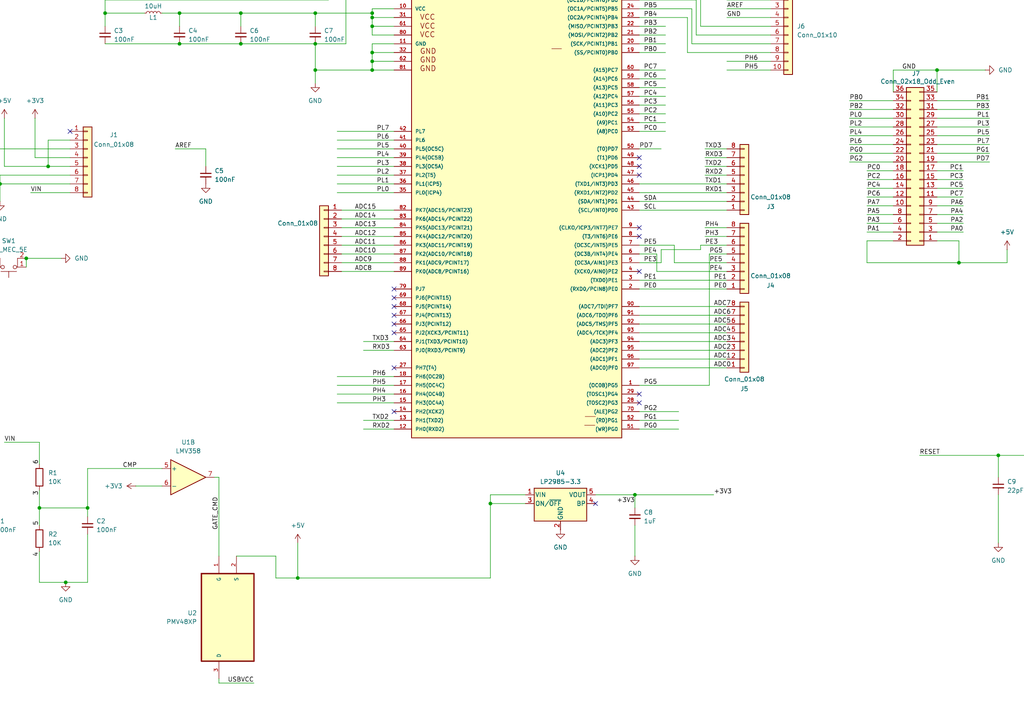
<source format=kicad_sch>
(kicad_sch (version 20231120) (generator "eeschema") (generator_version "8.0")
  (paper "A4")
  (junction (at -10.16 166.37))
  (junction (at 107.95 5.08))
  (junction (at 91.44 20.32))
  (junction (at 142.24 146.05))
  (junction (at 107.95 20.32))
  (junction (at 69.85 3.81))
  (junction (at 67.31 -27.94))
  (junction (at 13.97 48.26))
  (junction (at 91.44 3.81))
  (junction (at 69.85 12.7))
  (junction (at -58.42 -129.54))
  (junction (at 306.07 132.08))
  (junction (at -93.98 -60.96))
  (junction (at 306.07 114.3))
  (junction (at 200.66 -2.54))
  (junction (at 97.79 -148.59))
  (junction (at -143.51 -114.3))
  (junction (at 289.56 132.08))
  (junction (at 130.81 -148.59))
  (junction (at 195.58 -147.32))
  (junction (at 317.5 -50.8))
  (junction (at 52.07 3.81))
  (junction (at -149.86 -26.67))
  (junction (at 271.78 20.32))
  (junction (at 184.15 -127))
  (junction (at -173.99 -114.3))
  (junction (at -215.9 -100.33))
  (junction (at 227.33 -31.75))
  (junction (at 86.36 167.64))
  (junction (at 0 53.34))
  (junction (at 30.48 3.81))
  (junction (at 91.44 12.7))
  (junction (at 107.95 15.24))
  (junction (at -60.96 -116.84))
  (junction (at -93.98 -71.12))
  (junction (at 25.4 147.32))
  (junction (at -162.56 -114.3))
  (junction (at -171.45 -50.8))
  (junction (at -107.95 -129.54))
  (junction (at -93.98 -129.54))
  (junction (at -82.55 -71.12))
  (junction (at -60.96 -95.25))
  (junction (at -121.92 -48.26))
  (junction (at 140.97 -127))
  (junction (at 7.62 74.93))
  (junction (at -149.86 -22.86))
  (junction (at 52.07 12.7))
  (junction (at 107.95 3.81))
  (junction (at -149.86 -7.62))
  (junction (at 278.13 76.2))
  (junction (at -73.66 -87.63))
  (junction (at 19.05 168.91))
  (junction (at 107.95 7.62))
  (junction (at -8.89 133.35))
  (junction (at -74.93 -92.71))
  (junction (at 140.97 -148.59))
  (junction (at 184.15 143.51))
  (junction (at -157.48 -7.62))
  (junction (at 107.95 17.78))
  (junction (at 67.31 -2.54))
  (junction (at -38.1 -116.84))
  (junction (at -119.38 -48.26))
  (junction (at -2.54 74.93))
  (junction (at 11.43 147.32))
  (junction (at -62.23 -66.04))
  (junction (at -82.55 -60.96))
  (junction (at 154.94 -127))
  (junction (at -171.45 -33.02))
  (no_connect (at 185.42 114.3))
  (no_connect (at 114.3 106.68))
  (no_connect (at 185.42 68.58))
  (no_connect (at 114.3 96.52))
  (no_connect (at -137.16 -99.06))
  (no_connect (at 114.3 86.36))
  (no_connect (at -137.16 -86.36))
  (no_connect (at -137.16 -58.42))
  (no_connect (at 185.42 45.72))
  (no_connect (at 185.42 78.74))
  (no_connect (at -137.16 -88.9))
  (no_connect (at -137.16 -81.28))
  (no_connect (at 185.42 66.04))
  (no_connect (at 114.3 83.82))
  (no_connect (at 185.42 48.26))
  (no_connect (at 114.3 88.9))
  (no_connect (at 114.3 119.38))
  (no_connect (at 114.3 93.98))
  (no_connect (at -137.16 -96.52))
  (no_connect (at 185.42 50.8))
  (no_connect (at -137.16 -91.44))
  (no_connect (at 20.32 38.1))
  (no_connect (at 114.3 91.44))
  (no_connect (at -137.16 -111.76))
  (no_connect (at 185.42 116.84))
  (no_connect (at -137.16 -83.82))
  (no_connect (at 172.72 146.05))
  (bus_entry (at -220.98 -96.52) (size 2.54 2.54))
  (wire (pts (xy -149.86 -19.05) (xy -149.86 -22.86)))
  (wire (pts (xy 100.33 -5.08) (xy 114.3 -5.08)))
  (wire (pts (xy 185.42 12.7) (xy 193.04 12.7)))
  (wire (pts (xy 185.42 58.42) (xy 210.82 58.42)))
  (wire (pts (xy 91.44 20.32) (xy 91.44 24.13)))
  (wire (pts (xy 107.95 15.24) (xy 107.95 17.78)))
  (wire (pts (xy -173.99 -63.5) (xy -173.99 -38.1)))
  (wire (pts (xy 191.77 -147.32) (xy 195.58 -147.32)))
  (wire (pts (xy 8.89 55.88) (xy 20.32 55.88)))
  (wire (pts (xy 246.38 41.91) (xy 259.08 41.91)))
  (wire (pts (xy 185.42 -7.62) (xy 193.04 -7.62)))
  (wire (pts (xy 130.81 -148.59) (xy 140.97 -148.59)))
  (wire (pts (xy 105.41 121.92) (xy 114.3 121.92)))
  (wire (pts (xy 154.94 -127) (xy 184.15 -127)))
  (wire (pts (xy 218.44 -57.15) (xy 218.44 -44.45)))
  (wire (pts (xy 278.13 76.2) (xy 251.46 76.2)))
  (wire (pts (xy 130.81 -127) (xy 140.97 -127)))
  (wire (pts (xy 30.48 -11.43) (xy 30.48 -2.54)))
  (wire (pts (xy -149.86 -60.96) (xy -149.86 -48.26)))
  (wire (pts (xy 191.77 76.2) (xy 191.77 72.39)))
  (wire (pts (xy 114.3 12.7) (xy 107.95 12.7)))
  (wire (pts (xy 86.36 -20.32) (xy 114.3 -20.32)))
  (wire (pts (xy 289.56 132.08) (xy 306.07 132.08)))
  (wire (pts (xy 185.42 -15.24) (xy 193.04 -15.24)))
  (wire (pts (xy 195.58 76.2) (xy 210.82 76.2)))
  (wire (pts (xy -158.75 -104.14) (xy -163.83 -104.14)))
  (wire (pts (xy 19.05 168.91) (xy 11.43 168.91)))
  (wire (pts (xy 7.62 74.93) (xy 7.62 77.47)))
  (wire (pts (xy -149.86 -22.86) (xy -149.86 -26.67)))
  (wire (pts (xy 52.07 3.81) (xy 69.85 3.81)))
  (wire (pts (xy 271.78 57.15) (xy 279.4 57.15)))
  (wire (pts (xy -215.9 -100.33) (xy -220.98 -100.33)))
  (wire (pts (xy 185.42 35.56) (xy 193.04 35.56)))
  (wire (pts (xy 107.95 3.81) (xy 107.95 5.08)))
  (wire (pts (xy 246.38 39.37) (xy 259.08 39.37)))
  (wire (pts (xy 185.42 -17.78) (xy 193.04 -17.78)))
  (wire (pts (xy 97.79 38.1) (xy 114.3 38.1)))
  (wire (pts (xy -82.55 -72.39) (xy -82.55 -71.12)))
  (wire (pts (xy 218.44 -44.45) (xy 237.49 -44.45)))
  (wire (pts (xy -166.37 -95.25) (xy -181.61 -95.25)))
  (wire (pts (xy 113.03 -143.51) (xy 113.03 -148.59)))
  (wire (pts (xy -171.45 -66.04) (xy -137.16 -66.04)))
  (wire (pts (xy 271.78 64.77) (xy 279.4 64.77)))
  (wire (pts (xy -82.55 -71.12) (xy -82.55 -69.85)))
  (wire (pts (xy 30.48 -19.05) (xy 30.48 -27.94)))
  (wire (pts (xy -151.13 -38.1) (xy -151.13 -33.02)))
  (wire (pts (xy 300.99 -50.8) (xy 317.5 -50.8)))
  (wire (pts (xy 91.44 -148.59) (xy 97.79 -148.59)))
  (wire (pts (xy 210.82 -2.54) (xy 223.52 -2.54)))
  (wire (pts (xy -10.16 166.37) (xy -3.81 166.37)))
  (wire (pts (xy -215.9 -110.49) (xy -215.9 -100.33)))
  (wire (pts (xy -189.23 -95.25) (xy -200.66 -95.25)))
  (wire (pts (xy 204.47 -29.21) (xy 204.47 -21.59)))
  (wire (pts (xy 11.43 160.02) (xy 11.43 168.91)))
  (wire (pts (xy -101.6 -71.12) (xy -101.6 -68.58)))
  (wire (pts (xy 107.95 10.16) (xy 114.3 10.16)))
  (wire (pts (xy -93.98 -119.38) (xy -93.98 -106.68)))
  (wire (pts (xy 30.48 0) (xy 30.48 3.81)))
  (wire (pts (xy -38.1 -116.84) (xy -38.1 -129.54)))
  (wire (pts (xy 11.43 142.24) (xy 11.43 147.32)))
  (wire (pts (xy 107.95 2.54) (xy 107.95 3.81)))
  (wire (pts (xy 284.48 -30.48) (xy 317.5 -30.48)))
  (wire (pts (xy 114.3 5.08) (xy 107.95 5.08)))
  (wire (pts (xy 205.74 -147.32) (xy 195.58 -147.32)))
  (wire (pts (xy 97.79 50.8) (xy 114.3 50.8)))
  (wire (pts (xy 227.33 -31.75) (xy 237.49 -31.75)))
  (wire (pts (xy 25.4 168.91) (xy 19.05 168.91)))
  (wire (pts (xy -149.86 -48.26) (xy -142.24 -48.26)))
  (wire (pts (xy 95.25 -7.62) (xy 95.25 0)))
  (wire (pts (xy 203.2 -2.54) (xy 203.2 7.62)))
  (wire (pts (xy 201.93 0) (xy 201.93 10.16)))
  (wire (pts (xy 0 53.34) (xy 20.32 53.34)))
  (wire (pts (xy -15.24 133.35) (xy -8.89 133.35)))
  (wire (pts (xy 199.39 15.24) (xy 223.52 15.24)))
  (wire (pts (xy 130.81 -132.08) (xy 130.81 -127)))
  (wire (pts (xy -45.72 -129.54) (xy -38.1 -129.54)))
  (wire (pts (xy 262.89 -31.75) (xy 273.05 -31.75)))
  (wire (pts (xy 0 50.8) (xy 20.32 50.8)))
  (wire (pts (xy -93.98 -124.46) (xy -93.98 -129.54)))
  (wire (pts (xy 185.42 119.38) (xy 196.85 119.38)))
  (wire (pts (xy 321.31 -17.78) (xy 327.66 -17.78)))
  (wire (pts (xy -3.81 133.35) (xy -8.89 133.35)))
  (wire (pts (xy 203.2 7.62) (xy 223.52 7.62)))
  (wire (pts (xy 251.46 49.53) (xy 259.08 49.53)))
  (wire (pts (xy -163.83 -29.21) (xy -149.86 -29.21)))
  (wire (pts (xy -195.58 -68.58) (xy -195.58 -69.85)))
  (wire (pts (xy 278.13 69.85) (xy 278.13 76.2)))
  (wire (pts (xy 11.43 134.62) (xy 11.43 128.27)))
  (wire (pts (xy -73.66 -85.09) (xy -73.66 -87.63)))
  (wire (pts (xy -171.45 -33.02) (xy -151.13 -33.02)))
  (wire (pts (xy -60.96 -95.25) (xy -76.2 -95.25)))
  (wire (pts (xy 99.06 63.5) (xy 114.3 63.5)))
  (wire (pts (xy 200.66 2.54) (xy 200.66 12.7)))
  (wire (pts (xy -93.98 -60.96) (xy -82.55 -60.96)))
  (wire (pts (xy 86.36 -20.32) (xy 86.36 -27.94)))
  (wire (pts (xy -2.54 74.93) (xy -2.54 77.47)))
  (wire (pts (xy 140.97 -148.59) (xy 148.59 -148.59)))
  (wire (pts (xy 100.33 12.7) (xy 100.33 -5.08)))
  (wire (pts (xy 142.24 146.05) (xy 152.4 146.05)))
  (wire (pts (xy -208.28 -95.25) (xy -215.9 -95.25)))
  (wire (pts (xy -215.9 -95.25) (xy -215.9 -100.33)))
  (wire (pts (xy -119.38 -48.26) (xy -121.92 -48.26)))
  (wire (pts (xy -143.51 -114.3) (xy -152.4 -114.3)))
  (wire (pts (xy 271.78 54.61) (xy 279.4 54.61)))
  (wire (pts (xy -116.84 -50.8) (xy -116.84 -43.18)))
  (wire (pts (xy -15.24 161.29) (xy -15.24 166.37)))
  (wire (pts (xy 80.01 161.29) (xy 80.01 167.64)))
  (wire (pts (xy 97.79 116.84) (xy 114.3 116.84)))
  (wire (pts (xy 185.42 55.88) (xy 210.82 55.88)))
  (wire (pts (xy -137.16 -68.58) (xy -195.58 -68.58)))
  (wire (pts (xy 59.69 48.26) (xy 59.69 43.18)))
  (wire (pts (xy 190.5 73.66) (xy 190.5 78.74)))
  (wire (pts (xy 185.42 -10.16) (xy 193.04 -10.16)))
  (wire (pts (xy 130.81 -148.59) (xy 130.81 -139.7)))
  (wire (pts (xy 86.36 157.48) (xy 86.36 167.64)))
  (wire (pts (xy 271.78 44.45) (xy 287.02 44.45)))
  (wire (pts (xy 259.08 20.32) (xy 271.78 20.32)))
  (wire (pts (xy -82.55 -59.69) (xy -82.55 -60.96)))
  (wire (pts (xy -96.52 -96.52) (xy -96.52 -76.2)))
  (wire (pts (xy 185.42 83.82) (xy 210.82 83.82)))
  (wire (pts (xy 317.5 -30.48) (xy 317.5 -38.1)))
  (wire (pts (xy 185.42 106.68) (xy 210.82 106.68)))
  (wire (pts (xy -15.24 166.37) (xy -10.16 166.37)))
  (wire (pts (xy 245.11 -44.45) (xy 255.27 -44.45)))
  (wire (pts (xy 185.42 -12.7) (xy 193.04 -12.7)))
  (wire (pts (xy 20.32 40.64) (xy 13.97 40.64)))
  (wire (pts (xy 184.15 -148.59) (xy 191.77 -148.59)))
  (wire (pts (xy 69.85 12.7) (xy 91.44 12.7)))
  (wire (pts (xy 92.71 -2.54) (xy 92.71 -15.24)))
  (wire (pts (xy 191.77 72.39) (xy 203.2 72.39)))
  (wire (pts (xy 99.06 78.74) (xy 114.3 78.74)))
  (wire (pts (xy 300.99 -38.1) (xy 300.99 -35.56)))
  (wire (pts (xy 11.43 147.32) (xy 11.43 152.4)))
  (wire (pts (xy 142.24 143.51) (xy 142.24 146.05)))
  (wire (pts (xy 0 53.34) (xy 0 50.8)))
  (wire (pts (xy 185.42 10.16) (xy 193.04 10.16)))
  (wire (pts (xy 107.95 15.24) (xy 114.3 15.24)))
  (wire (pts (xy -146.05 -76.2) (xy -146.05 -82.55)))
  (wire (pts (xy -93.98 -71.12) (xy -82.55 -71.12)))
  (wire (pts (xy -137.16 -109.22) (xy -168.91 -109.22)))
  (wire (pts (xy -173.99 -38.1) (xy -166.37 -38.1)))
  (wire (pts (xy 210.82 5.08) (xy 223.52 5.08)))
  (wire (pts (xy -93.98 -106.68) (xy -101.6 -106.68)))
  (wire (pts (xy -116.84 -121.92) (xy -116.84 -129.54)))
  (wire (pts (xy -149.86 -7.62) (xy -149.86 -11.43)))
  (wire (pts (xy 68.58 161.29) (xy 80.01 161.29)))
  (wire (pts (xy -82.55 -60.96) (xy -82.55 -62.23)))
  (wire (pts (xy 7.62 74.93) (xy 17.78 74.93)))
  (wire (pts (xy 306.07 114.3) (xy 299.72 114.3)))
  (wire (pts (xy 306.07 127) (xy 306.07 132.08)))
  (wire (pts (xy 95.25 0) (xy 30.48 0)))
  (wire (pts (xy -143.51 -73.66) (xy -143.51 -83.82)))
  (wire (pts (xy 271.78 67.31) (xy 279.4 67.31)))
  (wire (pts (xy 195.58 -156.21) (xy 195.58 -147.32)))
  (wire (pts (xy 271.78 46.99) (xy 287.02 46.99)))
  (wire (pts (xy 185.42 15.24) (xy 193.04 15.24)))
  (wire (pts (xy -101.6 -71.12) (xy -93.98 -71.12)))
  (wire (pts (xy 1.27 128.27) (xy 11.43 128.27)))
  (wire (pts (xy 20.32 45.72) (xy 10.16 45.72)))
  (wire (pts (xy -116.84 -129.54) (xy -107.95 -129.54)))
  (wire (pts (xy 210.82 73.66) (xy 205.74 73.66)))
  (wire (pts (xy 1.27 34.29) (xy 1.27 48.26)))
  (wire (pts (xy 246.38 36.83) (xy 259.08 36.83)))
  (wire (pts (xy 251.46 59.69) (xy 259.08 59.69)))
  (wire (pts (xy 271.78 20.32) (xy 271.78 26.67)))
  (wire (pts (xy -137.16 -73.66) (xy -143.51 -73.66)))
  (wire (pts (xy 185.42 93.98) (xy 210.82 93.98)))
  (wire (pts (xy 251.46 69.85) (xy 259.08 69.85)))
  (wire (pts (xy 91.44 -143.51) (xy 113.03 -143.51)))
  (wire (pts (xy 99.06 73.66) (xy 114.3 73.66)))
  (wire (pts (xy 25.4 135.89) (xy 46.99 135.89)))
  (wire (pts (xy 97.79 109.22) (xy 114.3 109.22)))
  (wire (pts (xy 271.78 52.07) (xy 279.4 52.07)))
  (wire (pts (xy 97.79 -148.59) (xy 97.79 -146.05)))
  (wire (pts (xy -137.16 -114.3) (xy -143.51 -114.3)))
  (wire (pts (xy -119.38 -135.89) (xy -107.95 -135.89)))
  (wire (pts (xy 246.38 46.99) (xy 259.08 46.99)))
  (wire (pts (xy -137.16 -104.14) (xy -151.13 -104.14)))
  (wire (pts (xy -151.13 -50.8) (xy -171.45 -50.8)))
  (wire (pts (xy 114.3 2.54) (xy 107.95 2.54)))
  (wire (pts (xy 204.47 68.58) (xy 210.82 68.58)))
  (wire (pts (xy 185.42 96.52) (xy 210.82 96.52)))
  (wire (pts (xy 152.4 143.51) (xy 142.24 143.51)))
  (wire (pts (xy 97.79 114.3) (xy 114.3 114.3)))
  (wire (pts (xy 185.42 -25.4) (xy 193.04 -25.4)))
  (wire (pts (xy 185.42 20.32) (xy 193.04 20.32)))
  (wire (pts (xy -74.93 -72.39) (xy -82.55 -72.39)))
  (wire (pts (xy 200.66 -2.54) (xy 203.2 -2.54)))
  (wire (pts (xy 185.42 99.06) (xy 210.82 99.06)))
  (wire (pts (xy 292.1 72.39) (xy 292.1 76.2)))
  (wire (pts (xy 86.36 167.64) (xy 142.24 167.64)))
  (wire (pts (xy 321.31 -22.86) (xy 327.66 -22.86)))
  (wire (pts (xy -96.52 -76.2) (xy -101.6 -76.2)))
  (wire (pts (xy 317.5 -50.8) (xy 317.5 -45.72)))
  (wire (pts (xy 30.48 -27.94) (xy 67.31 -27.94)))
  (wire (pts (xy 25.4 154.94) (xy 25.4 168.91)))
  (wire (pts (xy 92.71 -15.24) (xy 114.3 -15.24)))
  (wire (pts (xy 204.47 66.04) (xy 210.82 66.04)))
  (wire (pts (xy -143.51 -114.3) (xy -143.51 -118.11)))
  (wire (pts (xy 97.79 48.26) (xy 114.3 48.26)))
  (wire (pts (xy -74.93 -107.95) (xy -74.93 -116.84)))
  (wire (pts (xy 271.78 39.37) (xy 287.02 39.37)))
  (wire (pts (xy 185.42 22.86) (xy 193.04 22.86)))
  (wire (pts (xy -60.96 -95.25) (xy -60.96 -100.33)))
  (wire (pts (xy 140.97 -133.35) (xy 140.97 -127)))
  (wire (pts (xy -3.81 149.86) (xy -3.81 133.35)))
  (wire (pts (xy 185.42 124.46) (xy 196.85 124.46)))
  (wire (pts (xy -97.79 -63.5) (xy -97.79 -60.96)))
  (wire (pts (xy 63.5 198.12) (xy 73.66 198.12)))
  (wire (pts (xy 204.47 -21.59) (xy 227.33 -21.59)))
  (wire (pts (xy 25.4 149.86) (xy 25.4 147.32)))
  (wire (pts (xy 266.7 132.08) (xy 289.56 132.08)))
  (wire (pts (xy 246.38 29.21) (xy 259.08 29.21)))
  (wire (pts (xy -48.26 -95.25) (xy -60.96 -95.25)))
  (wire (pts (xy 210.82 17.78) (xy 223.52 17.78)))
  (wire (pts (xy 191.77 -148.59) (xy 191.77 -147.32)))
  (wire (pts (xy -66.04 -87.63) (xy -73.66 -87.63)))
  (wire (pts (xy 107.95 17.78) (xy 107.95 20.32)))
  (wire (pts (xy -119.38 -33.02) (xy -119.38 -48.26)))
  (wire (pts (xy -137.16 -106.68) (xy -166.37 -106.68)))
  (wire (pts (xy 99.06 76.2) (xy 114.3 76.2)))
  (wire (pts (xy -168.91 -109.22) (xy -168.91 -110.49)))
  (wire (pts (xy 185.42 25.4) (xy 193.04 25.4)))
  (wire (pts (xy -166.37 -40.64) (xy -163.83 -40.64)))
  (wire (pts (xy 292.1 76.2) (xy 278.13 76.2)))
  (wire (pts (xy -173.99 -114.3) (xy -179.07 -114.3)))
  (wire (pts (xy -101.6 -58.42) (xy -101.6 -7.62)))
  (wire (pts (xy -163.83 -38.1) (xy -163.83 -29.21)))
  (wire (pts (xy 99.06 68.58) (xy 114.3 68.58)))
  (wire (pts (xy 251.46 54.61) (xy 259.08 54.61)))
  (wire (pts (xy 50.8 43.18) (xy 59.69 43.18)))
  (wire (pts (xy 185.42 73.66) (xy 190.5 73.66)))
  (wire (pts (xy -137.16 -69.85) (xy -137.16 -71.12)))
  (wire (pts (xy 205.74 -146.05) (xy 205.74 -147.32)))
  (wire (pts (xy 312.42 118.11) (xy 312.42 114.3)))
  (wire (pts (xy 184.15 -146.05) (xy 195.58 -146.05)))
  (wire (pts (xy 185.42 101.6) (xy 210.82 101.6)))
  (wire (pts (xy 185.42 7.62) (xy 193.04 7.62)))
  (wire (pts (xy 321.31 -20.32) (xy 327.66 -20.32)))
  (wire (pts (xy -40.64 -120.65) (xy -58.42 -120.65)))
  (wire (pts (xy -146.05 -82.55) (xy -193.04 -82.55)))
  (wire (pts (xy 142.24 167.64) (xy 142.24 146.05)))
  (wire (pts (xy -157.48 -7.62) (xy -171.45 -7.62)))
  (wire (pts (xy -60.96 -107.95) (xy -60.96 -116.84)))
  (wire (pts (xy 251.46 57.15) (xy 259.08 57.15)))
  (wire (pts (xy 184.15 -140.97) (xy 184.15 -127)))
  (wire (pts (xy 140.97 -127) (xy 154.94 -127)))
  (wire (pts (xy 204.47 48.26) (xy 210.82 48.26)))
  (wire (pts (xy 312.42 128.27) (xy 312.42 132.08)))
  (wire (pts (xy 227.33 -21.59) (xy 227.33 -31.75)))
  (wire (pts (xy 0 58.42) (xy 0 53.34)))
  (wire (pts (xy 91.44 3.81) (xy 91.44 7.62)))
  (wire (pts (xy 203.2 71.12) (xy 210.82 71.12)))
  (wire (pts (xy 210.82 20.32) (xy 223.52 20.32)))
  (wire (pts (xy -93.98 -73.66) (xy -93.98 -92.71)))
  (wire (pts (xy -107.95 -129.54) (xy -93.98 -129.54)))
  (wire (pts (xy -162.56 -114.3) (xy -162.56 -125.73)))
  (wire (pts (xy 185.42 2.54) (xy 200.66 2.54)))
  (wire (pts (xy -142.24 -48.26) (xy -142.24 -40.64)))
  (wire (pts (xy -162.56 -114.3) (xy -173.99 -114.3)))
  (wire (pts (xy 100.33 -25.4) (xy 114.3 -25.4)))
  (wire (pts (xy 114.3 7.62) (xy 107.95 7.62)))
  (wire (pts (xy -62.23 -66.04) (xy -62.23 -59.69)))
  (wire (pts (xy 251.46 52.07) (xy 259.08 52.07)))
  (wire (pts (xy -149.86 -7.62) (xy -157.48 -7.62)))
  (wire (pts (xy 185.42 53.34) (xy 210.82 53.34)))
  (wire (pts (xy 185.42 -22.86) (xy 194.31 -22.86)))
  (wire (pts (xy -74.93 -100.33) (xy -74.93 -92.71)))
  (wire (pts (xy -208.28 -110.49) (xy -215.9 -110.49)))
  (wire (pts (xy -166.37 -106.68) (xy -166.37 -95.25)))
  (wire (pts (xy 63.5 196.85) (xy 63.5 198.12)))
  (wire (pts (xy 340.36 -20.32) (xy 344.17 -20.32)))
  (wire (pts (xy -151.13 -43.18) (xy -151.13 -50.8)))
  (wire (pts (xy -137.16 -101.6) (xy -151.13 -101.6)))
  (wire (pts (xy -195.58 -83.82) (xy -195.58 -82.55)))
  (wire (pts (xy 39.37 140.97) (xy 46.99 140.97)))
  (wire (pts (xy 203.2 72.39) (xy 203.2 71.12)))
  (wire (pts (xy 99.06 71.12) (xy 114.3 71.12)))
  (wire (pts (xy -62.23 -59.69) (xy -69.85 -59.69)))
  (wire (pts (xy 306.07 114.3) (xy 306.07 119.38)))
  (wire (pts (xy 86.36 -27.94) (xy 67.31 -27.94)))
  (wire (pts (xy -149.86 -29.21) (xy -149.86 -26.67)))
  (wire (pts (xy -101.6 -63.5) (xy -97.79 -63.5)))
  (wire (pts (xy -121.92 -46.99) (xy -121.92 -48.26)))
  (wire (pts (xy 184.15 143.51) (xy 207.01 143.51)))
  (wire (pts (xy 251.46 76.2) (xy 251.46 69.85)))
  (wire (pts (xy -193.04 -69.85) (xy -137.16 -69.85)))
  (wire (pts (xy 251.46 62.23) (xy 259.08 62.23)))
  (wire (pts (xy 271.78 20.32) (xy 285.75 20.32)))
  (wire (pts (xy 184.15 152.4) (xy 184.15 161.29)))
  (wire (pts (xy 52.07 3.81) (xy 52.07 7.62)))
  (wire (pts (xy 271.78 69.85) (xy 278.13 69.85)))
  (wire (pts (xy -40.64 -102.87) (xy -40.64 -120.65)))
  (wire (pts (xy 172.72 143.51) (xy 184.15 143.51)))
  (wire (pts (xy 259.08 20.32) (xy 259.08 26.67)))
  (wire (pts (xy 185.42 30.48) (xy 193.04 30.48)))
  (wire (pts (xy 99.06 60.96) (xy 114.3 60.96)))
  (wire (pts (xy -173.99 -125.73) (xy -171.45 -125.73)))
  (wire (pts (xy 201.93 10.16) (xy 223.52 10.16)))
  (wire (pts (xy -171.45 -66.04) (xy -171.45 -50.8)))
  (wire (pts (xy 20.32 43.18) (xy -11.43 43.18)))
  (wire (pts (xy 271.78 36.83) (xy 287.02 36.83)))
  (wire (pts (xy -171.45 -50.8) (xy -171.45 -33.02)))
  (wire (pts (xy 97.79 -154.94) (xy 97.79 -148.59)))
  (wire (pts (xy 10.16 34.29) (xy 10.16 45.72)))
  (wire (pts (xy 140.97 -148.59) (xy 140.97 -138.43)))
  (wire (pts (xy 195.58 71.12) (xy 195.58 76.2)))
  (wire (pts (xy -48.26 -92.71) (xy -74.93 -92.71)))
  (wire (pts (xy 306.07 132.08) (xy 312.42 132.08)))
  (wire (pts (xy 105.41 99.06) (xy 114.3 99.06)))
  (wire (pts (xy -83.82 -96.52) (xy -96.52 -96.52)))
  (wire (pts (xy -157.48 -22.86) (xy -157.48 -19.05)))
  (wire (pts (xy -173.99 -114.3) (xy -173.99 -125.73)))
  (wire (pts (xy 123.19 -148.59) (xy 130.81 -148.59)))
  (wire (pts (xy 195.58 -146.05) (xy 195.58 -147.32)))
  (wire (pts (xy -69.85 -72.39) (xy -62.23 -72.39)))
  (wire (pts (xy -11.43 74.93) (xy -2.54 74.93)))
  (wire (pts (xy 204.47 43.18) (xy 210.82 43.18)))
  (wire (pts (xy -137.16 -76.2) (xy -146.05 -76.2)))
  (wire (pts (xy 205.74 -127) (xy 184.15 -127)))
  (wire (pts (xy -158.75 -101.6) (xy -163.83 -101.6)))
  (wire (pts (xy 97.79 45.72) (xy 114.3 45.72)))
  (wire (pts (xy 97.79 111.76) (xy 114.3 111.76)))
  (wire (pts (xy 185.42 43.18) (xy 191.77 43.18)))
  (wire (pts (xy 271.78 31.75) (xy 287.02 31.75)))
  (wire (pts (xy 184.15 143.51) (xy 184.15 147.32)))
  (wire (pts (xy 207.01 -34.29) (xy 200.66 -34.29)))
  (wire (pts (xy 200.66 12.7) (xy 223.52 12.7)))
  (wire (pts (xy -73.66 -87.63) (xy -81.28 -87.63)))
  (wire (pts (xy 251.46 67.31) (xy 259.08 67.31)))
  (wire (pts (xy 251.46 64.77) (xy 259.08 64.77)))
  (wire (pts (xy 13.97 48.26) (xy 20.32 48.26)))
  (wire (pts (xy -101.6 -106.68) (xy -101.6 -81.28)))
  (wire (pts (xy 262.89 -44.45) (xy 271.78 -44.45)))
  (wire (pts (xy -58.42 -129.54) (xy -55.88 -129.54)))
  (wire (pts (xy -48.26 -87.63) (xy -55.88 -87.63)))
  (wire (pts (xy 271.78 41.91) (xy 287.02 41.91)))
  (wire (pts (xy 190.5 78.74) (xy 210.82 78.74)))
  (wire (pts (xy 97.79 55.88) (xy 114.3 55.88)))
  (wire (pts (xy -74.93 -59.69) (xy -82.55 -59.69)))
  (wire (pts (xy -62.23 -72.39) (xy -62.23 -66.04)))
  (wire (pts (xy -97.79 -60.96) (xy -93.98 -60.96)))
  (wire (pts (xy 114.3 20.32) (xy 107.95 20.32)))
  (wire (pts (xy -137.16 -60.96) (xy -149.86 -60.96)))
  (wire (pts (xy 107.95 5.08) (xy 107.95 7.62)))
  (wire (pts (xy 185.42 27.94) (xy 193.04 27.94)))
  (wire (pts (xy 300.99 -45.72) (xy 300.99 -50.8)))
  (wire (pts (xy -93.98 -129.54) (xy -58.42 -129.54)))
  (wire (pts (xy 299.72 100.33) (xy 299.72 114.3)))
  (wire (pts (xy 97.79 53.34) (xy 114.3 53.34)))
  (wire (pts (xy 185.42 81.28) (xy 210.82 81.28)))
  (wire (pts (xy 185.42 38.1) (xy 193.04 38.1)))
  (wire (pts (xy 185.42 121.92) (xy 196.85 121.92)))
  (wire (pts (xy -60.96 -116.84) (xy -74.93 -116.84)))
  (wire (pts (xy 107.95 7.62) (xy 107.95 10.16)))
  (wire (pts (xy 107.95 20.32) (xy 91.44 20.32)))
  (wire (pts (xy -137.16 -63.5) (xy -173.99 -63.5)))
  (wire (pts (xy 30.48 12.7) (xy 52.07 12.7)))
  (wire (pts (xy 46.99 3.81) (xy 52.07 3.81)))
  (wire (pts (xy -60.96 -116.84) (xy -38.1 -116.84)))
  (wire (pts (xy 246.38 44.45) (xy 259.08 44.45)))
  (wire (pts (xy 63.5 138.43) (xy 63.5 161.29)))
  (wire (pts (xy 200.66 -34.29) (xy 200.66 -2.54)))
  (wire (pts (xy 246.38 31.75) (xy 259.08 31.75)))
  (wire (pts (xy 205.74 -138.43) (xy 205.74 -127)))
  (wire (pts (xy 105.41 124.46) (xy 114.3 124.46)))
  (wire (pts (xy 105.41 101.6) (xy 114.3 101.6)))
  (wire (pts (xy -121.92 -48.26) (xy -121.92 -50.8)))
  (wire (pts (xy 210.82 2.54) (xy 223.52 2.54)))
  (wire (pts (xy 185.42 104.14) (xy 210.82 104.14)))
  (wire (pts (xy 271.78 62.23) (xy 279.4 62.23)))
  (wire (pts (xy -58.42 -120.65) (xy -58.42 -129.54)))
  (wire (pts (xy 25.4 147.32) (xy 25.4 135.89)))
  (wire (pts (xy 199.39 5.08) (xy 199.39 15.24)))
  (wire (pts (xy -38.1 -102.87) (xy -38.1 -116.84)))
  (wire (pts (xy 222.25 -31.75) (xy 227.33 -31.75)))
  (wire (pts (xy 30.48 3.81) (xy 41.91 3.81)))
  (wire (pts (xy -119.38 -121.92) (xy -119.38 -135.89)))
  (wire (pts (xy -142.24 -40.64) (xy -151.13 -40.64)))
  (wire (pts (xy 284.48 -35.56) (xy 300.99 -35.56)))
  (wire (pts (xy -149.86 -22.86) (xy -157.48 -22.86)))
  (wire (pts (xy 246.38 34.29) (xy 259.08 34.29)))
  (wire (pts (xy 30.48 7.62) (xy 30.48 3.81)))
  (wire (pts (xy 91.44 12.7) (xy 91.44 20.32)))
  (wire (pts (xy -11.43 43.18) (xy -11.43 74.93)))
  (wire (pts (xy 99.06 66.04) (xy 114.3 66.04)))
  (wire (pts (xy 107.95 12.7) (xy 107.95 15.24)))
  (wire (pts (xy 205.74 111.76) (xy 185.42 111.76)))
  (wire (pts (xy 289.56 143.51) (xy 289.56 157.48)))
  (wire (pts (xy 97.79 43.18) (xy 114.3 43.18)))
  (wire (pts (xy 100.33 -10.16) (xy 114.3 -10.16)))
  (wire (pts (xy 312.42 114.3) (xy 306.07 114.3)))
  (wire (pts (xy -101.6 -7.62) (xy -149.86 -7.62)))
  (wire (pts (xy -101.6 -73.66) (xy -93.98 -73.66)))
  (wire (pts (xy 13.97 40.64) (xy 13.97 48.26)))
  (wire (pts (xy -74.93 -92.71) (xy -76.2 -92.71)))
  (wire (pts (xy 185.42 0) (xy 201.93 0)))
  (wire (pts (xy 185.42 -2.54) (xy 200.66 -2.54)))
  (wire (pts (xy 245.11 -31.75) (xy 255.27 -31.75)))
  (wire (pts (xy 205.74 73.66) (xy 205.74 111.76)))
  (wire (pts (xy 52.07 12.7) (xy 69.85 12.7)))
  (wire (pts (xy 271.78 34.29) (xy 287.02 34.29)))
  (wire (pts (xy -3.81 154.94) (xy -3.81 166.37)))
  (wire (pts (xy -168.91 -110.49) (xy -181.61 -110.49)))
  (wire (pts (xy 185.42 5.08) (xy 199.39 5.08)))
  (wire (pts (xy 91.44 3.81) (xy 107.95 3.81)))
  (wire (pts (xy 107.95 17.78) (xy 114.3 17.78)))
  (wire (pts (xy 67.31 -2.54) (xy 92.71 -2.54)))
  (wire (pts (xy 97.79 40.64) (xy 114.3 40.64)))
  (wire (pts (xy 271.78 49.53) (xy 279.4 49.53)))
  (wire (pts (xy 185.42 -20.32) (xy 193.04 -20.32)))
  (wire (pts (xy 289.56 132.08) (xy 289.56 138.43)))
  (wire (pts (xy 69.85 3.81) (xy 91.44 3.81)))
  (wire (pts (xy 62.23 138.43) (xy 63.5 138.43)))
  (wire (pts (xy -189.23 -110.49) (xy -200.66 -110.49)))
  (wire (pts (xy -157.48 -114.3) (xy -162.56 -114.3)))
  (wire (pts (xy 185.42 91.44) (xy 210.82 91.44)))
  (wire (pts (xy 11.43 147.32) (xy 25.4 147.32)))
  (wire (pts (xy 210.82 0) (xy 223.52 0)))
  (wire (pts (xy 185.42 60.96) (xy 210.82 60.96)))
  (wire (pts (xy 185.42 71.12) (xy 195.58 71.12)))
  (wire (pts (xy -166.37 -38.1) (xy -166.37 -40.64)))
  (wire (pts (xy 30.48 -2.54) (xy 67.31 -2.54)))
  (wire (pts (xy -15.24 138.43) (xy -15.24 133.35)))
  (wire (pts (xy 342.9 -22.86) (xy 340.36 -22.86)))
  (wire (pts (xy 91.44 12.7) (xy 100.33 12.7)))
  (wire (pts (xy 207.01 -29.21) (xy 204.47 -29.21)))
  (wire (pts (xy -163.83 -125.73) (xy -162.56 -125.73)))
  (wire (pts (xy 185.42 76.2) (xy 191.77 76.2)))
  (wire (pts (xy 1.27 48.26) (xy 13.97 48.26)))
  (wire (pts (xy 271.78 29.21) (xy 287.02 29.21)))
  (wire (pts (xy 185.42 33.02) (xy 193.04 33.02)))
  (wire (pts (xy -167.64 -43.18) (xy -163.83 -43.18)))
  (wire (pts (xy 91.44 -146.05) (xy 97.79 -146.05)))
  (wire (pts (xy 80.01 167.64) (xy 86.36 167.64)))
  (wire (pts (xy -171.45 -7.62) (xy -171.45 -33.02)))
  (wire (pts (xy 317.5 -58.42) (xy 317.5 -50.8)))
  (wire (pts (xy -119.38 -48.26) (xy -119.38 -50.8)))
  (wire (pts (xy 185.42 88.9) (xy 210.82 88.9)))
  (wire (pts (xy -83.82 -96.52) (xy -83.82 -95.25)))
  (wire (pts (xy 204.47 45.72) (xy 210.82 45.72)))
  (wire (pts (xy 271.78 59.69) (xy 279.4 59.69)))
  (wire (pts (xy -157.48 -11.43) (xy -157.48 -7.62)))
  (wire (pts (xy 204.47 50.8) (xy 210.82 50.8)))
  (wire (pts (xy -143.51 -83.82) (xy -195.58 -83.82)))
  (wire (pts (xy -93.98 -92.71) (xy -83.82 -92.71)))
  (wire (pts (xy 69.85 3.81) (xy 69.85 7.62)))
  (wire (pts (xy 114.3 -7.62) (xy 95.25 -7.62)))
  (label "PL7" (at 109.22 38.1 0))
  (label "ADC4" (at 207.01 96.52 0))
  (label "PC0" (at 251.46 49.53 0))
  (label "PA3" (at 193.04 -15.24 0))
  (label "PG1" (at 186.69 121.92 0))
  (label "SCL" (at 186.69 60.96 0))
  (label "M8TXD" (at -143.51 -101.6 180))
  (label "PL6" (at 246.38 41.91 0))
  (label "AREF" (at 50.8 43.18 0))
  (label "3" (at 317.5 -38.1 90))
  (label "XVCC" (at -54.61 -87.63 0))
  (label "PC3" (at 186.69 30.48 0))
  (label "MISO2" (at -151.13 -35.56 0))
  (label "ADC7" (at 207.01 88.9 0))
  (label "PB3" (at 287.02 31.75 180))
  (label "PC6" (at 251.46 57.15 0))
  (label "XTAL2" (at 106.68 -20.32 0))
  (label "ADC6" (at 207.01 91.44 0))
  (label "PC1" (at 279.4 49.53 180))
  (label "8" (at 306.07 118.11 0))
  (label "7" (at 237.49 -31.75 180))
  (label "1" (at -92.71 -71.12 270))
  (label "8PB7" (at -142.24 -76.2 0))
  (label "PL0" (at 246.38 34.29 0))
  (label "VIN" (at 1.27 128.27 0))
  (label "RESET2" (at -158.75 -50.8 0))
  (label "PB3" (at 186.69 7.62 0))
  (label "7" (at 175.26 -54.61 0))
  (label "PB1" (at 323.85 -20.32 0))
  (label "6" (at 167.64 -62.23 180))
  (label "ADC1" (at 207.01 104.14 0))
  (label "ADC9" (at 102.87 76.2 0))
  (label "ADC10" (at 102.87 73.66 0))
  (label "PB6" (at 186.69 0 0))
  (label "RD-" (at -96.52 -76.2 180))
  (label "PH4" (at 204.47 66.04 0))
  (label "GND" (at 210.82 5.08 0))
  (label "PL1" (at 109.22 53.34 0))
  (label "RESET" (at -11.43 74.93 0))
  (label "5" (at -143.51 -125.73 90))
  (label "PG2" (at 186.69 119.38 0))
  (label "PA7" (at 251.46 59.69 0))
  (label "PH6" (at 107.95 109.22 0))
  (label "PL2" (at 246.38 36.83 0))
  (label "1" (at -109.22 -129.54 90))
  (label "8" (at 245.11 -44.45 0))
  (label "2" (at 167.64 -54.61 180))
  (label "8PB5" (at -142.24 -69.85 0))
  (label "PG5" (at 205.74 73.66 0))
  (label "PL0" (at 109.22 55.88 0))
  (label "3" (at 167.64 -46.99 180))
  (label "6" (at 317.5 -45.72 270))
  (label "5" (at 175.26 -33.02 0))
  (label "PC7" (at 186.69 20.32 0))
  (label "PA4" (at 193.04 -17.78 0))
  (label "PE1" (at 186.69 81.28 0))
  (label "2" (at -171.45 -125.73 180))
  (label "CMP" (at 35.56 135.89 0))
  (label "USBVCC" (at -81.28 -87.63 0))
  (label "TXD1" (at 204.47 53.34 0))
  (label "RXD2" (at 107.95 124.46 0))
  (label "4" (at -200.66 -95.25 0))
  (label "PC2" (at 251.46 52.07 0))
  (label "ADC15" (at 102.87 60.96 0))
  (label "4" (at -143.51 -118.11 270))
  (label "4" (at -15.24 161.29 90))
  (label "ADC12" (at 102.87 68.58 0))
  (label "PA3" (at 251.46 64.77 0))
  (label "RESET" (at 266.7 132.08 0))
  (label "D+" (at -57.15 -92.71 0))
  (label "RXD3" (at 107.95 101.6 0))
  (label "RESET" (at 322.58 -17.78 0))
  (label "7" (at 300.99 -45.72 270))
  (label "MISO2" (at -148.59 -66.04 0))
  (label "TXD3" (at 204.47 43.18 0))
  (label "PH4" (at 107.95 114.3 0))
  (label "PE3" (at 204.47 71.12 0))
  (label "D-" (at -57.15 -95.25 0))
  (label "DTR" (at -151.13 -114.3 0))
  (label "4" (at 11.43 160.02 270))
  (label "PA0" (at 279.4 67.31 180))
  (label "PA6" (at 279.4 59.69 180))
  (label "SDA" (at 284.48 -30.48 0))
  (label "PC2" (at 186.69 33.02 0))
  (label "6" (at 175.26 -46.99 0))
  (label "RXL" (at -146.05 -106.68 180))
  (label "USHIELD" (at -38.1 -106.68 90))
  (label "2" (at -92.71 -60.96 90))
  (label "PC6" (at 186.69 22.86 0))
  (label "PC0" (at 186.69 38.1 0))
  (label "SCL" (at 284.48 -35.56 0))
  (label "PB0" (at 246.38 29.21 0))
  (label "1" (at 306.07 128.27 180))
  (label "SDA" (at 186.69 58.42 0))
  (label "ADC14" (at 102.87 63.5 0))
  (label "8PB4" (at -142.24 -68.58 180))
  (label "PE0" (at 207.01 83.82 0))
  (label "PL5" (at 109.22 43.18 0))
  (label "PG2" (at 246.38 46.99 0))
  (label "PE0" (at -163.83 -104.14 0))
  (label "2" (at 245.11 -31.75 0))
  (label "2" (at -107.95 -135.89 90))
  (label "PA1" (at 193.04 -10.16 0))
  (label "1" (at -163.83 -125.73 0))
  (label "SDA" (at 210.82 0 0))
  (label "PG0" (at 186.69 124.46 0))
  (label "TXD2" (at 107.95 121.92 0))
  (label "RESET2" (at -101.6 -52.07 0))
  (label "UGND" (at -40.64 -107.95 90))
  (label "PE4" (at 205.74 78.74 0))
  (label "ADC8" (at 102.87 78.74 0))
  (label "ADC3" (at 207.01 99.06 0))
  (label "PE3" (at 186.69 76.2 0))
  (label "XT1" (at -90.17 -60.96 0))
  (label "L13" (at 229.87 -31.75 0))
  (label "PB2" (at 340.36 -20.32 0))
  (label "1" (at 167.64 -39.37 180))
  (label "PA6" (at 194.31 -22.86 0))
  (label "PC5" (at 186.69 25.4 0))
  (label "PA5" (at 251.46 62.23 0))
  (label "RESET" (at -166.37 -114.3 180))
  (label "PC1" (at 186.69 35.56 0))
  (label "+3V3" (at 184.15 146.05 180))
  (label "8" (at -151.13 -101.6 180))
  (label "8" (at -15.24 138.43 90))
  (label "3" (at 175.26 -62.23 0))
  (label "8PB6" (at -142.24 -73.66 0))
  (label "PC3" (at 279.4 52.07 180))
  (label "PH6" (at 215.9 17.78 0))
  (label "PA4" (at 279.4 62.23 180))
  (label "SCL" (at 210.82 -2.54 0))
  (label "PG5" (at 186.69 111.76 0))
  (label "8" (at 175.26 -39.37 0))
  (label "PA1" (at 251.46 67.31 0))
  (label "PL4" (at 109.22 45.72 0))
  (label "MOSI2" (at -148.59 -63.5 0))
  (label "RD+" (at -96.52 -73.66 180))
  (label "GATE_CMD" (at 63.5 153.67 90))
  (label "ADC11" (at 102.87 71.12 0))
  (label "AREF" (at 100.33 -10.16 0))
  (label "PB1" (at 186.69 12.7 0))
  (label "USBVCC" (at 73.66 198.12 180))
  (label "1" (at -158.75 -101.6 0))
  (label "TXD3" (at 107.95 99.06 0))
  (label "4" (at 167.64 -33.02 180))
  (label "PA5" (at 193.04 -20.32 0))
  (label "5" (at 11.43 152.4 90))
  (label "RXD1" (at 204.47 55.88 0))
  (label "PB4" (at 186.69 5.08 0))
  (label "AREF" (at 210.82 2.54 0))
  (label "PB5" (at 186.69 2.54 0))
  (label "XTAL1" (at 106.68 -15.24 0))
  (label "PB1" (at 287.02 29.21 180))
  (label "3" (at 11.43 142.24 270))
  (label "6" (at -208.28 -110.49 180))
  (label "PH3" (at 107.95 116.84 0))
  (label "PL5" (at 287.02 39.37 180))
  (label "USBVCC" (at -116.84 -43.18 270))
  (label "PD7" (at 287.02 46.99 180))
  (label "ADC5" (at 207.01 93.98 0))
  (label "PG1" (at 287.02 44.45 180))
  (label "PB3" (at 323.85 -22.86 0))
  (label "SCK2" (at -148.59 -60.96 0))
  (label "PE5" (at 186.69 71.12 0))
  (label "TXL" (at -146.05 -109.22 180))
  (label "PL4" (at 246.38 39.37 0))
  (label "ADC13" (at 102.87 66.04 0))
  (label "PH3" (at 204.47 68.58 0))
  (label "ADC2" (at 207.01 101.6 0))
  (label "PA7" (at 193.04 -25.4 0))
  (label "GND" (at 261.62 20.32 0))
  (label "PC5" (at 279.4 54.61 180))
  (label "PA2" (at 193.04 -12.7 0))
  (label "RXD2" (at 204.47 50.8 0))
  (label "SCK2" (at -148.59 -40.64 0))
  (label "MOSI2" (at -170.18 -38.1 0))
  (label "RESET" (at 106.68 -25.4 0))
  (label "PC7" (at 279.4 57.15 180))
  (label "PH5" (at 107.95 111.76 0))
  (label "2" (at -158.75 -104.14 0))
  (label "1" (at 237.49 -44.45 180))
  (label "6" (at 11.43 134.62 90))
  (label "PB0" (at 186.69 15.24 0))
  (label "2" (at 300.99 -38.1 270))
  (label "PB2" (at 246.38 31.75 0))
  (label "TXD2" (at 204.47 48.26 0))
  (label "PA2" (at 279.4 64.77 180))
  (label "M8RXD" (at -143.51 -104.14 180))
  (label "PL1" (at 287.02 34.29 180))
  (label "PL3" (at 287.02 36.83 180))
  (label "ADC0" (at 207.01 106.68 0))
  (label "7" (at -151.13 -104.14 180))
  (label "PE1" (at 207.01 81.28 0))
  (label "PE5" (at 205.74 76.2 0))
  (label "PB2" (at 186.69 10.16 0))
  (label "3" (at -200.66 -110.49 0))
  (label "+3V3" (at 207.01 143.51 0))
  (label "PE1" (at -163.83 -101.6 0))
  (label "PL7" (at 287.02 41.91 180))
  (label "PE0" (at 186.69 83.82 0))
  (label "PL6" (at 109.22 40.64 0))
  (label "5" (at -208.28 -95.25 180))
  (label "RXD3" (at 204.47 45.72 0))
  (label "PD7" (at 185.42 43.18 0))
  (label "PC4" (at 251.46 54.61 0))
  (label "AVCC" (at 114.3 -7.62 180))
  (label "PG0" (at 246.38 44.45 0))
  (label "PB7" (at 186.69 -2.54 0))
  (label "PL2" (at 109.22 50.8 0))
  (label "PL3" (at 109.22 48.26 0))
  (label "XT2" (at -90.17 -71.12 0))
  (label "VIN" (at 8.89 55.88 0))
  (label "PE4" (at 186.69 73.66 0))
  (label "PA0" (at 193.04 -7.62 0))
  (label "PC4" (at 186.69 27.94 0))
  (label "PH5" (at 215.9 20.32 0))
  (symbol (lib_id "Jumper:SolderJumper_2_Open") (at -107.95 -133.35 90) (unit 1) (exclude_from_sim yes) (in_bom no)
    (property "Reference" "JP2" (at -105.41 -134.6201 90) (effects (justify right)))
    (property "Value" "GROUND" (at -105.41 -132.0801 90) (effects (justify right)))
    (property "Footprint" "Jumper:SolderJumper-2_P1.3mm_Open_RoundedPad1.0x1.5mm" (effects (hide yes)))
    (property "Description" "Solder Jumper, 2-pole, open" (effects (hide yes)))
  )
  (symbol (lib_id "power:+5V") (at -8.89 133.35 0) (unit 1)
    (property "Reference" "#PWR02" (effects (hide yes)))
    (property "Value" "+5V" (at -8.89 128.27 0))
    (property "Description" "Power symbol creates a global label with name \"+5V\"" (effects (hide yes)))
  )
  (symbol (lib_id "Connector:USB_B") (at -40.64 -92.71 180) (unit 1)
    (property "Reference" "J12" (at -40.64 -80.01 0))
    (property "Value" "USB_B" (at -40.64 -82.55 0))
    (property "Footprint" "Connector_USB:USB_B_OST_USB-B1HSxx_Horizontal" (effects (hide yes)))
    (property "Description" "USB Type B connector" (effects (hide yes)))
  )
  (symbol (lib_id "Device:LED") (at -185.42 -110.49 0) (mirror y) (unit 1)
    (property "Reference" "YELLOW1" (at -183.8325 -116.84 0))
    (property "Value" "LED" (at -183.8325 -114.3 0))
    (property "Footprint" "LED_SMD:LED_0201_0603Metric" (effects (hide yes)))
    (property "Description" "Light emitting diode" (effects (hide yes)))
  )
  (symbol (lib_id "power:GND") (at 97.79 -154.94 0) (mirror x) (unit 1)
    (property "Reference" "#PWR025" (effects (hide yes)))
    (property "Value" "GND" (at 97.79 -160.02 0))
    (property "Description" "Power symbol creates a global label with name \"GND\" , ground" (effects (hide yes)))
  )
  (symbol (lib_id "Device:C_Small") (at -72.39 -72.39 270) (unit 1)
    (property "Reference" "C17" (at -72.39 -69.088 90))
    (property "Value" "22p" (at -72.39 -66.802 90))
    (property "Footprint" "Capacitor_SMD:C_0402_1005Metric_Pad0.74x0.62mm_HandSolder" (effects (hide yes)))
    (property "Description" "Unpolarized capacitor, small symbol" (effects (hide yes)))
  )
  (symbol (lib_id "Connector_Generic:Conn_01x08") (at 215.9 76.2 0) (mirror x) (unit 1)
    (property "Reference" "J4" (at 223.52 82.804 0))
    (property "Value" "Conn_01x08" (at 223.52 80.01 0))
    (property "Footprint" "Connector_PinSocket_1.00mm:PinSocket_1x08_P1.00mm_Vertical" (effects (hide yes)))
    (property "Description" "Generic connector, single row, 01x08, script generated (kicad-library-utils/schlib/autogen/connector/)" (effects (hide yes)))
  )
  (symbol (lib_id "Device:C_Small") (at 52.07 10.16 0) (unit 1)
    (property "Reference" "C4" (at 54.61 8.8962 0) (effects (justify left)))
    (property "Value" "100nF" (at 54.61 11.4362 0) (effects (justify left)))
    (property "Footprint" "Capacitor_SMD:C_0402_1005Metric_Pad0.74x0.62mm_HandSolder" (effects (hide yes)))
    (property "Description" "Unpolarized capacitor, small symbol" (effects (hide yes)))
  )
  (symbol (lib_id "Device:R") (at 171.45 -54.61 270) (unit 1)
    (property "Reference" "R5" (at 169.926 -57.15 90))
    (property "Value" "22R" (at 174.752 -57.15 90))
    (property "Footprint" "Resistor_SMD:R_0201_0603Metric_Pad0.64x0.40mm_HandSolder" (effects (hide yes)))
    (property "Description" "Resistor" (effects (hide yes)))
  )
  (symbol (lib_id "Device:R") (at -80.01 -92.71 270) (unit 1)
    (property "Reference" "R21" (at -84.836 -90.424 90))
    (property "Value" "22R" (at -80.264 -90.424 90))
    (property "Footprint" "Resistor_SMD:R_0201_0603Metric_Pad0.64x0.40mm_HandSolder" (effects (hide yes)))
    (property "Description" "Resistor" (effects (hide yes)))
  )
  (symbol (lib_id "Device:R") (at 241.3 -31.75 270) (unit 1)
    (property "Reference" "R10" (at 238.76 -34.798 90))
    (property "Value" "1K" (at 243.332 -34.798 90))
    (property "Footprint" "Resistor_SMD:R_0201_0603Metric_Pad0.64x0.40mm_HandSolder" (effects (hide yes)))
    (property "Description" "Resistor" (effects (hide yes)))
  )
  (symbol (lib_id "Device:C_Small") (at -121.92 -33.02 270) (unit 1)
    (property "Reference" "C14" (at -121.9264 -39.37 90))
    (property "Value" "100nF" (at -121.9264 -36.83 90))
    (property "Footprint" "Capacitor_SMD:C_0402_1005Metric_Pad0.74x0.62mm_HandSolder" (effects (hide yes)))
    (property "Description" "Unpolarized capacitor, small symbol" (effects (hide yes)))
  )
  (symbol (lib_id "Device:C_Small") (at -154.94 -114.3 270) (mirror x) (unit 1)
    (property "Reference" "C13" (at -154.9463 -120.65 90))
    (property "Value" "100nF" (at -154.9463 -118.11 90))
    (property "Footprint" "Capacitor_SMD:C_0402_1005Metric_Pad0.74x0.62mm_HandSolder" (effects (hide yes)))
    (property "Description" "Unpolarized capacitor, small symbol" (effects (hide yes)))
  )
  (symbol (lib_id "Connector_Generic:Conn_02x18_Odd_Even") (at 266.7 49.53 180) (unit 1)
    (property "Reference" "J7" (at 265.684 21.336 0))
    (property "Value" "Conn_02x18_Odd_Even" (at 266.192 23.622 0))
    (property "Footprint" "Connector_PinSocket_1.27mm:PinSocket_2x18_P1.27mm_Vertical" (effects (hide yes)))
    (property "Description" "Generic connector, double row, 02x18, odd/even pin numbering scheme (row 1 odd numbers, row 2 even numbers), script generated (kicad-library-utils/schlib/autogen/connector/)" (effects (hide yes)))
  )
  (symbol (lib_id "PMV48XP:PMV48XP") (at 63.5 179.07 90) (mirror x) (unit 1)
    (property "Reference" "U2" (at 57.15 177.7999 90) (effects (justify left)))
    (property "Value" "PMV48XP" (at 57.15 180.3399 90) (effects (justify left)))
    (property "Footprint" "PMV48XP:SOT95P230X110-3N" (effects (hide yes)))
    (property "MF" "Nexperia USA" (effects (hide yes)))
    (property "Description_1" "\nP-Channel 20 V 3.5A (Ta) 510mW (Ta), 4.15W (Tc) Surface Mount TO-236AB\n" (effects (hide yes)))
    (property "PACKAGE" "SOT-3" (effects (hide yes)))
    (property "MPN" "PMV48XP" (effects (hide yes)))
    (property "Price" "None" (effects (hide yes)))
    (property "Package" "SOT-23 Nexperia USA" (effects (hide yes)))
    (property "OC_FARNELL" "1894743" (effects (hide yes)))
    (property "SnapEDA_Link" "https://www.snapeda.com/parts/PMV48XP/Nexperia/view-part/?ref=snap" (effects (hide yes)))
    (property "MP" "PMV48XP" (effects (hide yes)))
    (property "Purchase-URL" "https://www.snapeda.com/api/url_track_click_mouser/?unipart_id=1768394&manufacturer=Nexperia USA&part_name=PMV48XP&search_term=None" (effects (hide yes)))
    (property "SUPPLIER" "NXP" (effects (hide yes)))
    (property "OC_NEWARK" "55T6958" (effects (hide yes)))
    (property "Availability" "In Stock" (effects (hide yes)))
    (property "Check_prices" "https://www.snapeda.com/parts/PMV48XP/Nexperia/view-part/?ref=eda" (effects (hide yes)))
  )
  (symbol (lib_id "Connector_Generic:Conn_02x03_Odd_Even") (at 332.74 -20.32 0) (unit 1)
    (property "Reference" "J8" (at 334.01 -29.21 0))
    (property "Value" "Conn_02x03_Odd_Even" (at 334.01 -26.67 0))
    (property "Footprint" "Connector_PinHeader_1.00mm:PinHeader_2x03_P1.00mm_Vertical" (effects (hide yes)))
    (property "Description" "Generic connector, double row, 02x03, odd/even pin numbering scheme (row 1 odd numbers, row 2 even numbers), script generated (kicad-library-utils/schlib/autogen/connector/)" (effects (hide yes)))
  )
  (symbol (lib_id "power:GND") (at 59.69 53.34 0) (unit 1)
    (property "Reference" "#PWR010" (effects (hide yes)))
    (property "Value" "GND" (at 59.69 58.42 0))
    (property "Description" "Power symbol creates a global label with name \"GND\" , ground" (effects (hide yes)))
  )
  (symbol (lib_id "Device:R") (at -154.94 -101.6 270) (unit 1)
    (property "Reference" "R17" (at -154.94 -98.552 90))
    (property "Value" "1K" (at -154.94 -96.52 90))
    (property "Footprint" "Resistor_SMD:R_0201_0603Metric_Pad0.64x0.40mm_HandSolder" (effects (hide yes)))
    (property "Description" "Resistor" (effects (hide yes)))
  )
  (symbol (lib_id "power:GND") (at 162.56 153.67 0) (unit 1)
    (property "Reference" "#PWR013" (effects (hide yes)))
    (property "Value" "GND" (at 162.56 158.75 0))
    (property "Description" "Power symbol creates a global label with name \"GND\" , ground" (effects (hide yes)))
  )
  (symbol (lib_id "LD1117S50CTR:LD1117S50CTR") (at 166.37 -146.05 0) (unit 1)
    (property "Reference" "U5" (at 166.37 -156.21 0))
    (property "Value" "LD1117S50CTR" (at 166.37 -153.67 0))
    (property "Footprint" "LD1117S50CTR:SOT230P700X180-4N" (effects (hide yes)))
    (property "PARTREV" "37" (effects (hide yes)))
    (property "STANDARD" "IPC 7351B" (effects (hide yes)))
    (property "MAXIMUM_PACKAGE_HEIGHT" "1.8 mm" (effects (hide yes)))
    (property "MANUFACTURER" "STMicroelectronics" (effects (hide yes)))
  )
  (symbol (lib_id "power:GND") (at 0 58.42 0) (unit 1)
    (property "Reference" "#PWR03" (effects (hide yes)))
    (property "Value" "GND" (at 0 63.5 0))
    (property "Description" "Power symbol creates a global label with name \"GND\" , ground" (effects (hide yes)))
  )
  (symbol (lib_id "power:+3V3") (at 39.37 140.97 90) (unit 1)
    (property "Reference" "#PWR08" (effects (hide yes)))
    (property "Value" "+3V3" (at 35.56 140.9699 90) (effects (justify left)))
    (property "Description" "Power symbol creates a global label with name \"+3V3\"" (effects (hide yes)))
  )
  (symbol (lib_id "Device:R") (at 11.43 138.43 0) (unit 1)
    (property "Reference" "R1" (at 13.97 137.1599 0) (effects (justify left)))
    (property "Value" "10K" (at 13.97 139.6999 0) (effects (justify left)))
    (property "Footprint" "Resistor_SMD:R_0201_0603Metric_Pad0.64x0.40mm_HandSolder" (effects (hide yes)))
    (property "Description" "Resistor" (effects (hide yes)))
  )
  (symbol (lib_id "Device:L_Small") (at 44.45 3.81 90) (unit 1)
    (property "Reference" "L1" (at 44.45 5.08 90))
    (property "Value" "10uH" (at 44.45 1.778 90))
    (property "Footprint" "Inductor_SMD:L_0201_0603Metric_Pad0.64x0.40mm_HandSolder" (effects (hide yes)))
    (property "Description" "Inductor, small symbol" (effects (hide yes)))
  )
  (symbol (lib_id "power:+3V3") (at 10.16 34.29 0) (unit 1)
    (property "Reference" "#PWR05" (effects (hide yes)))
    (property "Value" "+3V3" (at 10.16 29.21 0))
    (property "Description" "Power symbol creates a global label with name \"+3V3\"" (effects (hide yes)))
  )
  (symbol (lib_id "Connector_Generic:Conn_01x08") (at 215.9 99.06 0) (mirror x) (unit 1)
    (property "Reference" "J5" (at 215.9 112.776 0))
    (property "Value" "Conn_01x08" (at 215.9 109.982 0))
    (property "Footprint" "Connector_PinSocket_1.00mm:PinSocket_1x08_P1.00mm_Vertical" (effects (hide yes)))
    (property "Description" "Generic connector, single row, 01x08, script generated (kicad-library-utils/schlib/autogen/connector/)" (effects (hide yes)))
  )
  (symbol (lib_id "power:+5V") (at 342.9 -22.86 270) (unit 1)
    (property "Reference" "#PWR024" (effects (hide yes)))
    (property "Value" "+5V" (at 347.98 -22.86 90))
    (property "Description" "Power symbol creates a global label with name \"+5V\"" (effects (hide yes)))
  )
  (symbol (lib_id "Connector_Generic:Conn_02x02_Odd_Even") (at -195.58 -74.93 90) (unit 1)
    (property "Reference" "J10" (at -198.12 -74.9299 90) (effects (justify left)))
    (property "Value" "Conn_02x02_Odd_Even" (at -198.12 -77.4699 90) (effects (justify left)))
    (property "Footprint" "Connector_PinHeader_1.00mm:PinHeader_2x02_P1.00mm_Vertical" (effects (hide yes)))
    (property "Description" "Generic connector, double row, 02x02, odd/even pin numbering scheme (row 1 odd numbers, row 2 even numbers), script generated (kicad-library-utils/schlib/autogen/connector/)" (effects (hide yes)))
  )
  (symbol (lib_id "power:GND") (at 271.78 -44.45 90) (unit 1)
    (property "Reference" "#PWR016" (effects (hide yes)))
    (property "Value" "GND" (at 275.59 -44.4501 90) (effects (justify right)))
    (property "Description" "Power symbol creates a global label with name \"GND\" , ground" (effects (hide yes)))
  )
  (symbol (lib_id "Device:R") (at 171.45 -39.37 270) (unit 1)
    (property "Reference" "R7" (at 170.18 -41.656 90))
    (property "Value" "10K" (at 173.99 -41.656 90))
    (property "Footprint" "Resistor_SMD:R_0201_0603Metric_Pad0.64x0.40mm_HandSolder" (effects (hide yes)))
    (property "Description" "Resistor" (effects (hide yes)))
  )
  (symbol (lib_id "Connector_Generic:Conn_02x03_Odd_Even") (at -156.21 -40.64 180) (unit 1)
    (property "Reference" "J11" (at -157.48 -49.53 0))
    (property "Value" "Conn_02x03_Odd_Even" (at -157.48 -46.99 0))
    (property "Footprint" "Connector_PinHeader_1.00mm:PinHeader_2x03_P1.00mm_Vertical" (effects (hide yes)))
    (property "Description" "Generic connector, double row, 02x03, odd/even pin numbering scheme (row 1 odd numbers, row 2 even numbers), script generated (kicad-library-utils/schlib/autogen/connector/)" (effects (hide yes)))
  )
  (symbol (lib_id "power:GND") (at -167.64 -43.18 270) (unit 1)
    (property "Reference" "#PWR029" (effects (hide yes)))
    (property "Value" "GND" (at -171.45 -43.1799 90) (effects (justify right)))
    (property "Description" "Power symbol creates a global label with name \"GND\" , ground" (effects (hide yes)))
  )
  (symbol (lib_id "Connector_Generic:Conn_01x08") (at 215.9 53.34 0) (mirror x) (unit 1)
    (property "Reference" "J3" (at 223.52 59.944 0))
    (property "Value" "Conn_01x08" (at 223.52 57.15 0))
    (property "Footprint" "Connector_PinSocket_1.00mm:PinSocket_1x08_P1.00mm_Vertical" (effects (hide yes)))
    (property "Description" "Generic connector, single row, 01x08, script generated (kicad-library-utils/schlib/autogen/connector/)" (effects (hide yes)))
  )
  (symbol (lib_id "Device:R") (at -80.01 -95.25 270) (mirror x) (unit 1)
    (property "Reference" "R20" (at -80.01 -101.0502 90))
    (property "Value" "22R" (at -80.01 -98.5102 90))
    (property "Footprint" "Resistor_SMD:R_0201_0603Metric_Pad0.64x0.40mm_HandSolder" (effects (hide yes)))
    (property "Description" "Resistor" (effects (hide yes)))
  )
  (symbol (lib_id "power:GND") (at 19.05 168.91 0) (unit 1)
    (property "Reference" "#PWR07" (effects (hide yes)))
    (property "Value" "GND" (at 19.05 173.99 0))
    (property "Description" "Power symbol creates a global label with name \"GND\" , ground" (effects (hide yes)))
  )
  (symbol (lib_id "Connector_Generic:Conn_01x10") (at 228.6 7.62 0) (unit 1)
    (property "Reference" "J6" (at 231.14 7.6199 0) (effects (justify left)))
    (property "Value" "Conn_01x10" (at 231.14 10.1599 0) (effects (justify left)))
    (property "Footprint" "Connector_PinSocket_1.00mm:PinSocket_1x10_P1.00mm_Vertical" (effects (hide yes)))
    (property "Description" "Generic connector, single row, 01x10, script generated (kicad-library-utils/schlib/autogen/connector/)" (effects (hide yes)))
  )
  (symbol (lib_id "ECS-160-20-4X-B-DN:ECS-160-20-4X-B-DN") (at -93.98 -66.04 90) (mirror x) (unit 1)
    (property "Reference" "Y2" (at -91.948 -66.04 90) (effects (justify right)))
    (property "Value" "ECS-160-20-4X-B-DN" (at -97.028 -54.61 0) (effects (justify right)))
    (property "Footprint" "ECS_160_20_4X_B_DN:XTAL_ECS-160-20-4X-B-DN" (effects (hide yes)))
  )
  (symbol (lib_id "Device:C_Small") (at -73.66 -82.55 0) (unit 1)
    (property "Reference" "C16" (at -80.01 -83.312 0) (effects (justify left)))
    (property "Value" "100nF" (at -81.026 -81.026 0) (effects (justify left)))
    (property "Footprint" "Capacitor_SMD:C_0402_1005Metric_Pad0.74x0.62mm_HandSolder" (effects (hide yes)))
    (property "Description" "Unpolarized capacitor, small symbol" (effects (hide yes)))
  )
  (symbol (lib_id "power:GND") (at -124.46 -33.02 270) (unit 1)
    (property "Reference" "#PWR032" (effects (hide yes)))
    (property "Value" "GND" (at -128.27 -33.0199 90) (effects (justify right)))
    (property "Description" "Power symbol creates a global label with name \"GND\" , ground" (effects (hide yes)))
  )
  (symbol (lib_id "power:+5V") (at 86.36 157.48 0) (unit 1)
    (property "Reference" "#PWR011" (effects (hide yes)))
    (property "Value" "+5V" (at 86.36 152.4 0))
    (property "Description" "Power symbol creates a global label with name \"+5V\"" (effects (hide yes)))
  )
  (symbol (lib_id "power:+5V") (at 292.1 72.39 0) (unit 1)
    (property "Reference" "#PWR020" (effects (hide yes)))
    (property "Value" "+5V" (at 292.1 67.31 0))
    (property "Description" "Power symbol creates a global label with name \"+5V\"" (effects (hide yes)))
  )
  (symbol (lib_id "Device:R") (at 171.45 -46.99 270) (unit 1)
    (property "Reference" "R6" (at 170.18 -49.276 90))
    (property "Value" "1K" (at 174.498 -49.276 90))
    (property "Footprint" "Resistor_SMD:R_0201_0603Metric_Pad0.64x0.40mm_HandSolder" (effects (hide yes)))
    (property "Description" "Resistor" (effects (hide yes)))
  )
  (symbol (lib_id "Device:C_Small") (at 30.48 10.16 0) (unit 1)
    (property "Reference" "C3" (at 33.02 8.8962 0) (effects (justify left)))
    (property "Value" "100nF" (at 33.02 11.4362 0) (effects (justify left)))
    (property "Footprint" "Capacitor_SMD:C_0402_1005Metric_Pad0.74x0.62mm_HandSolder" (effects (hide yes)))
    (property "Description" "Unpolarized capacitor, small symbol" (effects (hide yes)))
  )
  (symbol (lib_id "Regulator_Linear:LP2985-3.3") (at 162.56 146.05 0) (unit 1)
    (property "Reference" "U4" (at 162.56 137.16 0))
    (property "Value" "LP2985-3.3" (at 162.56 139.7 0))
    (property "Footprint" "Package_TO_SOT_SMD:SOT-23-5" (effects (hide yes)))
    (property "Datasheet" "http://www.ti.com/lit/ds/symlink/lp2985.pdf" (effects (hide yes)))
    (property "Description" "150mA 16V Low-noise Low-dropout Regulator With Shutdown, 3.3V output voltage, SOT-23-5" (effects (hide yes)))
  )
  (symbol (lib_id "Device:C_Small") (at -3.81 152.4 0) (unit 1)
    (property "Reference" "C1" (at -1.27 151.1362 0) (effects (justify left)))
    (property "Value" "100nF" (at -1.27 153.6762 0) (effects (justify left)))
    (property "Footprint" "Capacitor_SMD:C_0402_1005Metric_Pad0.74x0.62mm_HandSolder" (effects (hide yes)))
    (property "Description" "Unpolarized capacitor, small symbol" (effects (hide yes)))
  )
  (symbol (lib_id "Device:R") (at -82.55 -66.04 180) (unit 1)
    (property "Reference" "RR1" (at -80.01 -67.3101 0) (effects (justify right)))
    (property "Value" "1M" (at -80.01 -64.7701 0) (effects (justify right)))
    (property "Footprint" "Resistor_SMD:R_0201_0603Metric_Pad0.64x0.40mm_HandSolder" (effects (hide yes)))
    (property "Description" "Resistor" (effects (hide yes)))
  )
  (symbol (lib_id "power:+5V") (at 299.72 100.33 0) (unit 1)
    (property "Reference" "#PWR021" (effects (hide yes)))
    (property "Value" "+5V" (at 299.72 95.25 0))
    (property "Description" "Power symbol creates a global label with name \"+5V\"" (effects (hide yes)))
  )
  (symbol (lib_id "Device:R") (at 317.5 -41.91 0) (unit 1)
    (property "Reference" "R13" (at 320.04 -43.1801 0) (effects (justify left)))
    (property "Value" "10k" (at 320.04 -40.6401 0) (effects (justify left)))
    (property "Footprint" "Resistor_SMD:R_0201_0603Metric_Pad0.64x0.40mm_HandSolder" (effects (hide yes)))
    (property "Description" "Resistor" (effects (hide yes)))
  )
  (symbol (lib_id "power:GND") (at 54.61 -15.24 270) (unit 1)
    (property "Reference" "#PWR09" (effects (hide yes)))
    (property "Value" "GND" (at 50.8 -15.2401 90) (effects (justify right)))
    (property "Description" "Power symbol creates a global label with name \"GND\" , ground" (effects (hide yes)))
  )
  (symbol (lib_id "Jumper:SolderJumper_2_Open") (at -167.64 -125.73 0) (unit 1) (exclude_from_sim yes) (in_bom no)
    (property "Reference" "JP1" (at -167.64 -132.08 0))
    (property "Value" "RESET-EN" (at -167.64 -129.54 0))
    (property "Footprint" "Jumper:SolderJumper-2_P1.3mm_Open_RoundedPad1.0x1.5mm" (effects (hide yes)))
    (property "Description" "Solder Jumper, 2-pole, open" (effects (hide yes)))
  )
  (symbol (lib_id "power:GND") (at 184.15 161.29 0) (unit 1)
    (property "Reference" "#PWR014" (effects (hide yes)))
    (property "Value" "GND" (at 184.15 166.37 0))
    (property "Description" "Power symbol creates a global label with name \"GND\" , ground" (effects (hide yes)))
  )
  (symbol (lib_id "Device:C_Polarized") (at 205.74 -142.24 0) (unit 1)
    (property "Reference" "C12" (at 209.55 -144.3991 0) (effects (justify left)))
    (property "Value" "47uF" (at 209.55 -141.8591 0) (effects (justify left)))
    (property "Footprint" "Capacitor_SMD:CP_Elec_4x3" (effects (hide yes)))
    (property "Description" "Polarized capacitor" (effects (hide yes)))
  )
  (symbol (lib_id "power:GND") (at 154.94 -127 0) (unit 1)
    (property "Reference" "#PWR026" (effects (hide yes)))
    (property "Value" "GND" (at 154.94 -121.92 0))
    (property "Description" "Power symbol creates a global label with name \"GND\" , ground" (effects (hide yes)))
  )
  (symbol (lib_id "Switch:SW_MEC_5E") (at 2.54 74.93 180) (unit 1)
    (property "Reference" "SW1" (at 2.54 69.85 0))
    (property "Value" "SW_MEC_5E" (at 2.54 72.39 0))
    (property "Footprint" "Button_Switch_SMD:SW_Push_1P1T_NO_CK_KSC6xxJ" (effects (hide yes)))
    (property "Datasheet" "http://www.apem.com/int/index.php?controller=attachment&id_attachment=1371" (effects (hide yes)))
    (property "Description" "MEC 5E single pole normally-open tactile switch" (effects (hide yes)))
  )
  (symbol (lib_id "CD1206_S01575:CD1206-S01575") (at 312.42 128.27 90) (unit 1)
    (property "Reference" "CR1" (at 316.23 121.9199 90) (effects (font (size 1.524 1.524)) (justify right)))
    (property "Value" "CD1206-S01575" (at 316.23 124.4599 90) (effects (font (size 1.524 1.524)) (justify right)))
    (property "Footprint" "CD1206_S01575:DIODE_CD1206-S01575_BRN" (effects (hide yes)))
    (property "Datasheet" "CD1206-S01575" (effects (hide yes)))
  )
  (symbol (lib_id "power:GND") (at -73.66 -80.01 0) (unit 1)
    (property "Reference" "#PWR035" (effects (hide yes)))
    (property "Value" "GND" (at -73.66 -74.93 0))
    (property "Description" "Power symbol creates a global label with name \"GND\" , ground" (effects (hide yes)))
  )
  (symbol (lib_id "power:+5V") (at 195.58 -156.21 0) (unit 1)
    (property "Reference" "#PWR027" (effects (hide yes)))
    (property "Value" "+5V" (at 195.58 -161.29 0))
    (property "Description" "Power symbol creates a global label with name \"+5V\"" (effects (hide yes)))
  )
  (symbol (lib_id "power:GND") (at -107.95 -137.16 180) (unit 1)
    (property "Reference" "#PWR034" (effects (hide yes)))
    (property "Value" "GND" (at -107.95 -142.24 0))
    (property "Description" "Power symbol creates a global label with name \"GND\" , ground" (effects (hide yes)))
  )
  (symbol (lib_id "Device:R") (at 30.48 -15.24 0) (unit 1)
    (property "Reference" "R3" (at 33.02 -16.5101 0) (effects (justify left)))
    (property "Value" "1M" (at 33.02 -13.9701 0) (effects (justify left)))
    (property "Footprint" "Resistor_SMD:R_0201_0603Metric" (effects (hide yes)))
    (property "Description" "Resistor" (effects (hide yes)))
  )
  (symbol (lib_id "Device:R") (at -154.94 -104.14 270) (mirror x) (unit 1)
    (property "Reference" "R16" (at -154.94 -110.49 90))
    (property "Value" "1K" (at -154.94 -107.95 90))
    (property "Footprint" "Resistor_SMD:R_0201_0603Metric_Pad0.64x0.40mm_HandSolder" (effects (hide yes)))
    (property "Description" "Resistor" (effects (hide yes)))
  )
  (symbol (lib_id "M7:M7") (at 118.11 -148.59 0) (mirror y) (unit 1)
    (property "Reference" "D3" (at 118.11 -154.94 0))
    (property "Value" "M7" (at 118.11 -152.4 0))
    (property "Footprint" "M7:DIOM505270X240" (effects (hide yes)))
    (property "SNAPEDA_PACKAGE_ID" "7518" (effects (hide yes)))
    (property "PACKAGE" "DO-214" (effects (hide yes)))
    (property "MPN" "M7" (effects (hide yes)))
    (property "PRICE" "--" (effects (hide yes)))
    (property "STANDARD" "IPC-7351B" (effects (hide yes)))
    (property "PARTREV" "NA" (effects (hide yes)))
    (property "AVAILABILITY" "Not in stock" (effects (hide yes)))
    (property "MANUFACTURER" "DIODES" (effects (hide yes)))
  )
  (symbol (lib_id "Device:R") (at 300.99 -41.91 0) (unit 1)
    (property "Reference" "R11" (at 303.53 -43.1801 0) (effects (justify left)))
    (property "Value" "10k" (at 303.53 -40.6401 0) (effects (justify left)))
    (property "Footprint" "Resistor_SMD:R_0201_0603Metric_Pad0.64x0.40mm_HandSolder" (effects (hide yes)))
    (property "Description" "Resistor" (effects (hide yes)))
  )
  (symbol (lib_id "Device:C_Small") (at 140.97 -135.89 0) (unit 1)
    (property "Reference" "C11" (at 143.51 -137.1538 0) (effects (justify left)))
    (property "Value" "100nF" (at 143.51 -134.6138 0) (effects (justify left)))
    (property "Footprint" "Capacitor_SMD:C_0402_1005Metric_Pad0.74x0.62mm_HandSolder" (effects (hide yes)))
    (property "Description" "Unpolarized capacitor, small symbol" (effects (hide yes)))
  )
  (symbol (lib_id "Device:R") (at -204.47 -95.25 270) (unit 1)
    (property "Reference" "R15" (at -204.47 -101.6 90))
    (property "Value" "1K" (at -204.47 -99.06 90))
    (property "Footprint" "Resistor_SMD:R_0201_0603Metric_Pad0.64x0.40mm_HandSolder" (effects (hide yes)))
    (property "Description" "Resistor" (effects (hide yes)))
  )
  (symbol (lib_id "power:GND") (at 289.56 157.48 0) (unit 1)
    (property "Reference" "#PWR019" (effects (hide yes)))
    (property "Value" "GND" (at 289.56 162.56 0))
    (property "Description" "Power symbol creates a global label with name \"GND\" , ground" (effects (hide yes)))
  )
  (symbol (lib_id "Device:C_Polarized") (at 130.81 -135.89 0) (mirror y) (unit 1)
    (property "Reference" "C10" (at 127 -138.0491 0) (effects (justify left)))
    (property "Value" "47uF" (at 127 -135.5091 0) (effects (justify left)))
    (property "Footprint" "Capacitor_SMD:CP_Elec_4x3" (effects (hide yes)))
    (property "Description" "Polarized capacitor" (effects (hide yes)))
  )
  (symbol (lib_id "Device:LED") (at 259.08 -31.75 180) (unit 1)
    (property "Reference" "D2" (at 260.6675 -39.37 0))
    (property "Value" "LED" (at 260.6675 -36.83 0))
    (property "Footprint" "LED_SMD:LED_0201_0603Metric_Pad0.64x0.40mm_HandSolder" (effects (hide yes)))
    (property "Description" "Light emitting diode" (effects (hide yes)))
  )
  (symbol (lib_id "Device:R") (at 306.07 123.19 0) (unit 1)
    (property "Reference" "R12" (at 300.228 121.666 0) (effects (justify left)))
    (property "Value" "10K" (at 303.53 124.46 0) (effects (justify right)))
    (property "Footprint" "Resistor_SMD:R_0201_0603Metric_Pad0.64x0.40mm_HandSolder" (effects (hide yes)))
    (property "Description" "Resistor" (effects (hide yes)))
  )
  (symbol (lib_id "power:GND") (at 285.75 20.32 90) (unit 1)
    (property "Reference" "#PWR018" (effects (hide yes)))
    (property "Value" "GND" (at 289.56 20.3199 90) (effects (justify right)))
    (property "Description" "Power symbol creates a global label with name \"GND\" , ground" (effects (hide yes)))
  )
  (symbol (lib_id "Device:R") (at 241.3 -44.45 270) (unit 1)
    (property "Reference" "R9" (at 239.522 -47.498 90))
    (property "Value" "1K" (at 243.84 -47.498 90))
    (property "Footprint" "Resistor_SMD:R_0201_0603Metric_Pad0.64x0.40mm_HandSolder" (effects (hide yes)))
    (property "Description" "Resistor" (effects (hide yes)))
  )
  (symbol (lib_id "SMD-FERRITE-BEAD-30R-3A_0805_:SMD-FERRITE-BEAD-30R-3A_0805_") (at -50.8 -129.54 0) (unit 1)
    (property "Reference" "FB1" (at -50.8 -134.62 0))
    (property "Value" "SMD-FERRITE-BEAD-30R-3A_0805_" (at -50.8 -132.08 0))
    (property "Footprint" "SMD-FERRITE-BEAD-30R-3A_0805_:L0805" (effects (hide yes)))
    (property "MF" "Bourns" (effects (hide yes)))
    (property "Description_1" "\nCB2x1.2x.9mm, 30?25%3A, non-shdSMD | Bourns MH2029-300Y\n" (effects (hide yes)))
    (property "Package" "0805 Bourns" (effects (hide yes)))
    (property "MPN" "MH2029-300Y" (effects (hide yes)))
    (property "Price" "None" (effects (hide yes)))
    (property "VALUE" "30R 3A" (effects (hide yes)))
    (property "SnapEDA_Link" "https://www.snapeda.com/parts/MH2029-300Y/Bourns+-+J.W.+Miller/view-part/?ref=snap" (effects (hide yes)))
    (property "MP" "MH2029-300Y" (effects (hide yes)))
    (property "Purchase-URL" "https://www.snapeda.com/api/url_track_click_mouser/?unipart_id=42623&manufacturer=Bourns&part_name=MH2029-300Y&search_term=mh2029" (effects (hide yes)))
    (property "Availability" "In Stock" (effects (hide yes)))
    (property "Check_prices" "https://www.snapeda.com/parts/MH2029-300Y/Bourns+-+J.W.+Miller/view-part/?ref=eda" (effects (hide yes)))
  )
  (symbol (lib_id "MCU-ATMEGA2560-16AU_TQFP100_:MCU-ATMEGA2560-16AU_TQFP100_") (at 149.86 50.8 0) (unit 1)
    (property "Reference" "U3" (at 132.588 -32.766 0))
    (property "Value" "MCU-ATMEGA2560-16AU_TQFP100_" (at 136.652 -29.972 0))
    (property "Footprint" "MCU-ATMEGA2560-16AU_TQFP100:TQFP100-0.5-14X14MM" (effects (hide yes)))
    (property "DigiKey_Part_Number" "ATMEGA2560-16AU-ND" (effects (hide yes)))
    (property "MF" "Microchip" (effects (hide yes)))
    (property "Purchase-URL" "https://www.snapeda.com/api/url_track_click_mouser/?unipart_id=44196&manufacturer=Microchip&part_name=ATMEGA2560-16AU&search_term=atmega2560-16au" (effects (hide yes)))
    (property "Package" "TQFP-100 Microchip" (effects (hide yes)))
    (property "MPN" "ATMEGA2560-16AU" (effects (hide yes)))
    (property "SnapEDA_Link" "https://www.snapeda.com/parts/ATMEGA2560-16AU/Microchip/view-part/?ref=snap" (effects (hide yes)))
    (property "MP" "ATMEGA2560-16AU" (effects (hide yes)))
    (property "Description_1" "\nAVR AVR® ATmega Microcontroller IC 8-Bit 16MHz 256KB (128K x 16) FLASH 100-TQFP (14x14)\n" (effects (hide yes)))
    (property "Check_prices" "https://www.snapeda.com/parts/ATMEGA2560-16AU/Microchip/view-part/?ref=eda" (effects (hide yes)))
  )
  (symbol (lib_id "Connector_Generic:Conn_01x08") (at 93.98 68.58 0) (mirror y) (unit 1)
    (property "Reference" "J2" (at 398.78 131.826 0))
    (property "Value" "Conn_01x08" (at 86.36 64.77 0))
    (property "Footprint" "Connector_PinSocket_1.00mm:PinSocket_1x08_P1.00mm_Vertical" (effects (hide yes)))
    (property "Description" "Generic connector, single row, 01x08, script generated (kicad-library-utils/schlib/autogen/connector/)" (effects (hide yes)))
  )
  (symbol (lib_id "Device:C_Small") (at 69.85 10.16 0) (unit 1)
    (property "Reference" "C6" (at 72.39 8.8962 0) (effects (justify left)))
    (property "Value" "100nF" (at 72.39 11.4362 0) (effects (justify left)))
    (property "Footprint" "Capacitor_SMD:C_0402_1005Metric_Pad0.74x0.62mm_HandSolder" (effects (hide yes)))
    (property "Description" "Unpolarized capacitor, small symbol" (effects (hide yes)))
  )
  (symbol (lib_id "Device:C_Small") (at 289.56 140.97 0) (unit 1)
    (property "Reference" "C9" (at 292.1 139.7062 0) (effects (justify left)))
    (property "Value" "22pF" (at 292.1 142.2462 0) (effects (justify left)))
    (property "Footprint" "Capacitor_SMD:C_0402_1005Metric_Pad0.74x0.62mm_HandSolder" (effects (hide yes)))
    (property "Description" "Unpolarized capacitor, small symbol" (effects (hide yes)))
  )
  (symbol (lib_id "power:+5V") (at 218.44 -57.15 0) (unit 1)
    (property "Reference" "#PWR015" (effects (hide yes)))
    (property "Value" "+5V" (at 218.44 -62.23 0))
    (property "Description" "Power symbol creates a global label with name \"+5V\"" (effects (hide yes)))
  )
  (symbol (lib_id "Device:R") (at -204.47 -110.49 270) (unit 1)
    (property "Reference" "R14" (at -204.47 -116.84 90))
    (property "Value" "1K" (at -204.47 -114.3 90))
    (property "Footprint" "Resistor_SMD:R_0201_0603Metric_Pad0.64x0.40mm_HandSolder" (effects (hide yes)))
    (property "Description" "Resistor" (effects (hide yes)))
  )
  (symbol (lib_id "Amplifier_Operational:LMV358") (at 214.63 -31.75 0) (unit 1)
    (property "Reference" "U1" (at 214.63 -41.91 0))
    (property "Value" "LMV358" (at 214.63 -39.37 0))
    (property "Footprint" "Package_SO:MSOP-8-1EP_3x3mm_P0.65mm_EP2.5x3mm_Mask1.73x2.36mm_ThermalVias" (effects (hide yes)))
    (property "Datasheet" "http://www.ti.com/lit/ds/symlink/lmv324.pdf" (effects (hide yes)))
    (property "Description" "Dual Low-Voltage Rail-to-Rail Output Operational Amplifiers, SOIC-8/SSOP-8" (effects (hide yes)))
  )
  (symbol (lib_id "power:GND") (at -62.23 -66.04 90) (unit 1)
    (property "Reference" "#PWR036" (effects (hide yes)))
    (property "Value" "GND" (at -58.42 -66.0399 90) (effects (justify right)))
    (property "Description" "Power symbol creates a global label with name \"GND\" , ground" (effects (hide yes)))
  )
  (symbol (lib_id "Device:C_Small") (at -93.98 -121.92 0) (unit 1)
    (property "Reference" "C15" (at -91.44 -123.1838 0) (effects (justify left)))
    (property "Value" "1uF" (at -91.44 -120.6438 0) (effects (justify left)))
    (property "Footprint" "Capacitor_SMD:C_0402_1005Metric_Pad0.74x0.62mm_HandSolder" (effects (hide yes)))
    (property "Description" "Unpolarized capacitor, small symbol" (effects (hide yes)))
  )
  (symbol (lib_id "power:GND") (at 91.44 24.13 0) (unit 1)
    (property "Reference" "#PWR012" (effects (hide yes)))
    (property "Value" "GND" (at 91.44 29.21 0))
    (property "Description" "Power symbol creates a global label with name \"GND\" , ground" (effects (hide yes)))
  )
  (symbol (lib_id "Device:Varistor") (at -74.93 -104.14 180) (unit 1)
    (property "Reference" "RV1" (at -77.47 -103.0632 0) (effects (justify left)))
    (property "Value" "Varistor" (at -77.47 -105.6032 0) (effects (justify left)))
    (property "Footprint" "Resistor_SMD:R_0201_0603Metric_Pad0.64x0.40mm_HandSolder" (effects (hide yes)))
    (property "Description" "Voltage dependent resistor" (effects (hide yes)))
    (property "Sim.Name" "kicad_builtin_varistor" (effects (hide yes)))
    (property "Sim.Device" "SUBCKT" (effects (hide yes)))
    (property "Sim.Pins" "1=A 2=B" (effects (hide yes)))
    (property "Sim.Params" "threshold=1k" (effects (hide yes)))
    (property "Sim.Library" "${KICAD7_SYMBOL_DIR}/Simulation_SPICE.sp" (effects (hide yes)))
  )
  (symbol (lib_id "Device:C_Small") (at 184.15 149.86 0) (unit 1)
    (property "Reference" "C8" (at 186.69 148.5962 0) (effects (justify left)))
    (property "Value" "1uF" (at 186.69 151.1362 0) (effects (justify left)))
    (property "Footprint" "Capacitor_SMD:C_0402_1005Metric_Pad0.74x0.62mm_HandSolder" (effects (hide yes)))
    (property "Description" "Unpolarized capacitor, small symbol" (effects (hide yes)))
  )
  (symbol (lib_id "Device:LED") (at 259.08 -44.45 180) (unit 1)
    (property "Reference" "D1" (at 260.6675 -52.07 0))
    (property "Value" "LED" (at 260.6675 -49.53 0))
    (property "Footprint" "LED_SMD:LED_0201_0603Metric_Pad0.64x0.40mm_HandSolder" (effects (hide yes)))
    (property "Description" "Light emitting diode" (effects (hide yes)))
  )
  (symbol (lib_id "Device:C_Small") (at -72.39 -59.69 270) (unit 1)
    (property "Reference" "C18" (at -72.3963 -53.34 90))
    (property "Value" "22p" (at -72.3963 -55.88 90))
    (property "Footprint" "Capacitor_SMD:C_0402_1005Metric_Pad0.74x0.62mm_HandSolder" (effects (hide yes)))
    (property "Description" "Unpolarized capacitor, small symbol" (effects (hide yes)))
  )
  (symbol (lib_id "MF_MSMF050_2:MF-MSMF050-2") (at -55.88 -87.63 180) (unit 1)
    (property "Reference" "F1" (at -60.706 -81.788 0) (effects (font (size 1.524 1.524))))
    (property "Value" "MF-MSMF050-2" (at -60.452 -84.328 0) (effects (font (size 1.524 1.524))))
    (property "Footprint" "MF_MSMF050_2:FUSE_F050-2" (effects (hide yes)))
    (property "Datasheet" "MF-MSMF050-2" (effects (hide yes)))
  )
  (symbol (lib_id "power:+5V") (at -149.86 -26.67 270) (unit 1)
    (property "Reference" "#PWR030" (effects (hide yes)))
    (property "Value" "+5V" (at -146.05 -26.6699 90) (effects (justify left)))
    (property "Description" "Power symbol creates a global label with name \"+5V\"" (effects (hide yes)))
  )
  (symbol (lib_id "Device:C_Small") (at 59.69 50.8 0) (unit 1)
    (property "Reference" "C5" (at 62.23 49.5362 0) (effects (justify left)))
    (property "Value" "100nF" (at 62.23 52.0762 0) (effects (justify left)))
    (property "Footprint" "Capacitor_SMD:C_0402_1005Metric_Pad0.74x0.62mm_HandSolder" (effects (hide yes)))
    (property "Description" "Unpolarized capacitor, small symbol" (effects (hide yes)))
  )
  (symbol (lib_id "MCU_Microchip_ATmega:ATmega16U2-A") (at -119.38 -86.36 180) (unit 1)
    (property "Reference" "U6" (at -121.5741 -121.92 0) (effects (justify left)))
    (property "Value" "ATmega16U2-A" (at -121.5741 -124.46 0) (effects (justify left)))
    (property "Footprint" "Package_QFP:TQFP-32_7x7mm_P0.8mm" (effects (hide yes)))
    (property "Datasheet" "http://ww1.microchip.com/downloads/en/DeviceDoc/doc7799.pdf" (effects (hide yes)))
    (property "Description" "16MHz, 16kB Flash, 512B SRAM, 512B EEPROM, TQFP-32" (effects (hide yes)))
  )
  (symbol (lib_id "Device:R") (at -149.86 -15.24 180) (unit 1)
    (property "Reference" "R18" (at -147.32 -16.5101 0) (effects (justify right)))
    (property "Value" "10K" (at -147.32 -13.9701 0) (effects (justify right)))
    (property "Footprint" "Resistor_SMD:R_0201_0603Metric_Pad0.64x0.40mm_HandSolder" (effects (hide yes)))
    (property "Description" "Resistor" (effects (hide yes)))
  )
  (symbol (lib_id "Device:R") (at -143.51 -121.92 0) (mirror y) (unit 1)
    (property "Reference" "R19" (at -149.86 -121.92 90))
    (property "Value" "1K" (at -147.32 -121.92 90))
    (property "Footprint" "Resistor_SMD:R_0201_0603Metric_Pad0.64x0.40mm_HandSolder" (effects (hide yes)))
    (property "Description" "Resistor" (effects (hide yes)))
  )
  (symbol (lib_id "power:GND") (at 273.05 -31.75 90) (unit 1)
    (property "Reference" "#PWR017" (effects (hide yes)))
    (property "Value" "GND" (at 276.86 -31.7501 90) (effects (justify right)))
    (property "Description" "Power symbol creates a global label with name \"GND\" , ground" (effects (hide yes)))
  )
  (symbol (lib_id "power:GND") (at -10.16 166.37 0) (unit 1)
    (property "Reference" "#PWR01" (effects (hide yes)))
    (property "Value" "GND" (at -10.16 171.45 0))
    (property "Description" "Power symbol creates a global label with name \"GND\" , ground" (effects (hide yes)))
  )
  (symbol (lib_id "Amplifier_Operational:LMV358") (at 54.61 138.43 0) (unit 2)
    (property "Reference" "U1" (at 54.61 128.27 0))
    (property "Value" "LMV358" (at 54.61 130.81 0))
    (property "Footprint" "Package_SO:MSOP-8-1EP_3x3mm_P0.65mm_EP2.5x3mm_Mask1.73x2.36mm_ThermalVias" (effects (hide yes)))
    (property "Datasheet" "http://www.ti.com/lit/ds/symlink/lmv324.pdf" (effects (hide yes)))
    (property "Description" "Dual Low-Voltage Rail-to-Rail Output Operational Amplifiers, SOIC-8/SSOP-8" (effects (hide yes)))
  )
  (symbol (lib_id "Device:R") (at 171.45 -62.23 270) (unit 1)
    (property "Reference" "R4" (at 170.18 -64.516 90))
    (property "Value" "22R" (at 174.498 -64.516 90))
    (property "Footprint" "Resistor_SMD:R_0201_0603Metric_Pad0.64x0.40mm_HandSolder" (effects (hide yes)))
    (property "Description" "Resistor" (effects (hide yes)))
  )
  (symbol (lib_id "Device:R") (at 171.45 -33.02 270) (unit 1)
    (property "Reference" "R8" (at 169.926 -35.306 90))
    (property "Value" "10K" (at 174.498 -35.306 90))
    (property "Footprint" "Resistor_SMD:R_0201_0603Metric_Pad0.64x0.40mm_HandSolder" (effects (hide yes)))
    (property "Description" "Resistor" (effects (hide yes)))
  )
  (symbol (lib_id "Device:D") (at -157.48 -15.24 90) (unit 1)
    (property "Reference" "D4" (at -160.02 -13.9699 90) (effects (justify left)))
    (property "Value" "D" (at -160.02 -16.5099 90) (effects (justify left)))
    (property "Footprint" "Diode_SMD:D_0402_1005Metric_Pad0.77x0.64mm_HandSolder" (effects (hide yes)))
    (property "Description" "Diode" (effects (hide yes)))
    (property "Sim.Device" "D" (effects (hide yes)))
    (property "Sim.Pins" "1=K 2=A" (effects (hide yes)))
  )
  (symbol (lib_id "Connector_Generic:Conn_01x08") (at 25.4 45.72 0) (unit 1)
    (property "Reference" "J1" (at 33.02 39.116 0))
    (property "Value" "Conn_01x08" (at 33.02 41.91 0))
    (property "Footprint" "Connector_PinSocket_1.00mm:PinSocket_1x08_P1.00mm_Vertical" (effects (hide yes)))
    (property "Description" "Generic connector, single row, 01x08, script generated (kicad-library-utils/schlib/autogen/connector/)" (effects (hide yes)))
  )
  (symbol (lib_id "power:GND") (at 340.36 -17.78 90) (unit 1)
    (property "Reference" "#PWR023" (effects (hide yes)))
    (property "Value" "GND" (at 344.17 -17.7801 90) (effects (justify right)))
    (property "Description" "Power symbol creates a global label with name \"GND\" , ground" (effects (hide yes)))
  )
  (symbol (lib_id "power:+5V") (at -121.92 -46.99 180) (unit 1)
    (property "Reference" "#PWR033" (effects (hide yes)))
    (property "Value" "+5V" (at -121.92 -41.91 0))
    (property "Description" "Power symbol creates a global label with name \"+5V\"" (effects (hide yes)))
  )
  (symbol (lib_id "PJ-031DH:PJ-031DH") (at 78.74 -148.59 0) (unit 1)
    (property "Reference" "J9" (at 78.74 -158.75 0))
    (property "Value" "PJ-031DH" (at 78.74 -156.21 0))
    (property "Footprint" "PJ_031DH:CUI_PJ-031DH" (effects (hide yes)))
    (property "PARTREV" "1.05" (effects (hide yes)))
    (property "MANUFACTURER" "CUI Devices" (effects (hide yes)))
    (property "MAXIMUM_PACKAGE_HEIGHT" "7.5 mm" (effects (hide yes)))
    (property "STANDARD" "Manufacturer Recommendations" (effects (hide yes)))
  )
  (symbol (lib_id "Device:R") (at 11.43 156.21 0) (unit 1)
    (property "Reference" "R2" (at 13.97 154.9399 0) (effects (justify left)))
    (property "Value" "10K" (at 13.97 157.4799 0) (effects (justify left)))
    (property "Footprint" "Resistor_SMD:R_0201_0603Metric_Pad0.64x0.40mm_HandSolder" (effects (hide yes)))
    (property "Description" "Resistor" (effects (hide yes)))
  )
  (symbol (lib_id "power:+5V") (at 317.5 -58.42 0) (unit 1)
    (property "Reference" "#PWR022" (effects (hide yes)))
    (property "Value" "+5V" (at 317.5 -63.5 0))
    (property "Description" "Power symbol creates a global label with name \"+5V\"" (effects (hide yes)))
  )
  (symbol (lib_id "Device:Varistor") (at -60.96 -104.14 180) (unit 1)
    (property "Reference" "RV2" (at -63.5 -103.0632 0) (effects (justify left)))
    (property "Value" "Varistor" (at -63.5 -105.6032 0) (effects (justify left)))
    (property "Footprint" "Resistor_SMD:R_0201_0603Metric_Pad0.64x0.40mm_HandSolder" (effects (hide yes)))
    (property "Description" "Voltage dependent resistor" (effects (hide yes)))
    (property "Sim.Name" "kicad_builtin_varistor" (effects (hide yes)))
    (property "Sim.Device" "SUBCKT" (effects (hide yes)))
    (property "Sim.Pins" "1=A 2=B" (effects (hide yes)))
    (property "Sim.Params" "threshold=1k" (effects (hide yes)))
    (property "Sim.Library" "${KICAD7_SYMBOL_DIR}/Simulation_SPICE.sp" (effects (hide yes)))
  )
  (symbol (lib_id "power:GND") (at -143.51 -125.73 180) (unit 1)
    (property "Reference" "#PWR031" (effects (hide yes)))
    (property "Value" "GND" (at -143.51 -130.81 0))
    (property "Description" "Power symbol creates a global label with name \"GND\" , ground" (effects (hide yes)))
  )
  (symbol (lib_id "Device:LED") (at -185.42 -95.25 0) (mirror y) (unit 1)
    (property "Reference" "YELLOW2" (at -183.8325 -101.6 0))
    (property "Value" "LED" (at -183.8325 -99.06 0))
    (property "Footprint" "LED_SMD:LED_0201_0603Metric" (effects (hide yes)))
    (property "Description" "Light emitting diode" (effects (hide yes)))
  )
  (symbol (lib_id "power:GND") (at 17.78 74.93 90) (unit 1)
    (property "Reference" "#PWR06" (effects (hide yes)))
    (property "Value" "GND" (at 21.59 74.9299 90) (effects (justify right)))
    (property "Description" "Power symbol creates a global label with name \"GND\" , ground" (effects (hide yes)))
  )
  (symbol (lib_id "Device:C_Small") (at 91.44 10.16 0) (unit 1)
    (property "Reference" "C7" (at 93.98 8.8962 0) (effects (justify left)))
    (property "Value" "100nF" (at 93.98 11.4362 0) (effects (justify left)))
    (property "Footprint" "Capacitor_SMD:C_0402_1005Metric_Pad0.74x0.62mm_HandSolder" (effects (hide yes)))
    (property "Description" "Unpolarized capacitor, small symbol" (effects (hide yes)))
  )
  (symbol (lib_id "CSTCE16M9V53-R0:CSTCE16M9V53-R0") (at 64.77 -15.24 270) (unit 1)
    (property "Reference" "Y1" (at 71.12 -16.5101 90) (effects (justify left)))
    (property "Value" "CSTCE16M9V53-R0" (at 71.12 -13.9701 90) (effects (justify left)))
    (property "Footprint" "CSTCE16M9V53_R0:OSC_CSTCE16M9V53-R0" (effects (hide yes)))
    (property "PARTREV" "May 7, 2019" (effects (hide yes)))
    (property "MANUFACTURER" "Murata" (effects (hide yes)))
    (property "MAXIMUM_PACKAGE_HEIGHT" "1.00mm" (effects (hide yes)))
    (property "STANDARD" "Manufacturer Recommendations" (effects (hide yes)))
  )
  (symbol (lib_id "Device:C_Small") (at 25.4 152.4 0) (unit 1)
    (property "Reference" "C2" (at 27.94 151.1362 0) (effects (justify left)))
    (property "Value" "100nF" (at 27.94 153.67 0) (effects (justify left)))
    (property "Footprint" "Capacitor_SMD:C_0402_1005Metric_Pad0.74x0.62mm_HandSolder" (effects (hide yes)))
    (property "Description" "Unpolarized capacitor, small symbol" (effects (hide yes)))
  )
  (symbol (lib_id "power:+5V") (at -220.98 -100.33 180) (unit 1)
    (property "Reference" "#PWR028" (effects (hide yes)))
    (property "Value" "+5V" (at -220.98 -95.25 0))
    (property "Description" "Power symbol creates a global label with name \"+5V\"" (effects (hide yes)))
  )
  (symbol (lib_id "power:+5V") (at 1.27 34.29 0) (unit 1)
    (property "Reference" "#PWR04" (effects (hide yes)))
    (property "Value" "+5V" (at 1.27 29.21 0))
    (property "Description" "Power symbol creates a global label with name \"+5V\"" (effects (hide yes)))
  )
)
</source>
